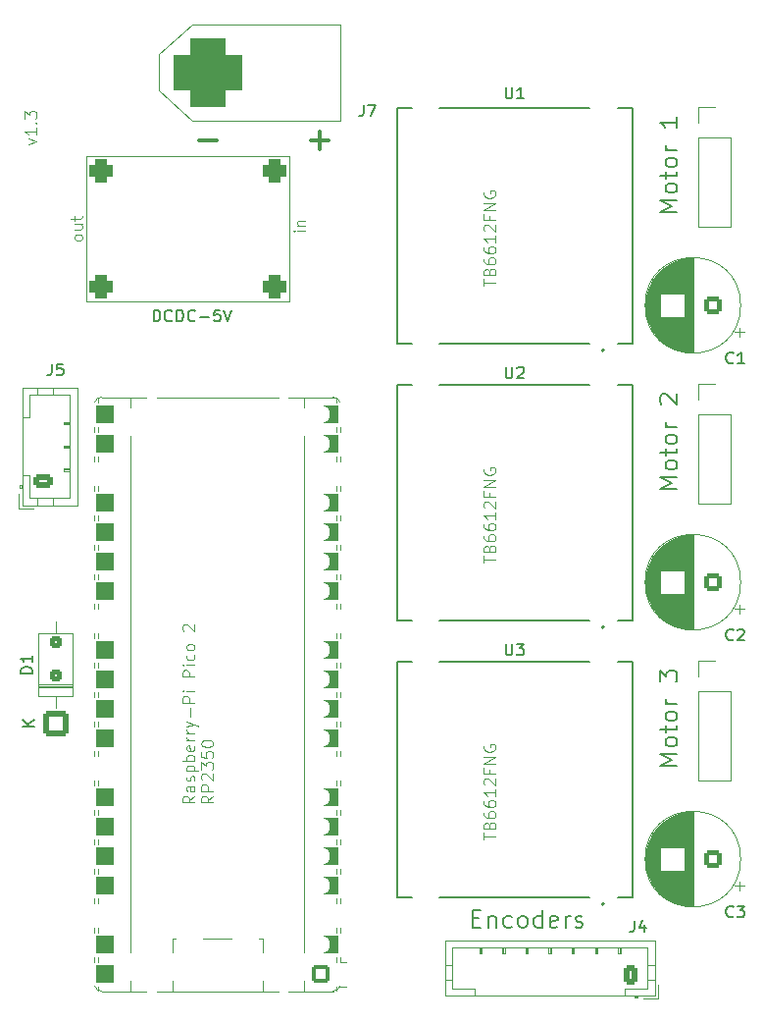
<source format=gto>
G04 #@! TF.GenerationSoftware,KiCad,Pcbnew,9.0.3*
G04 #@! TF.CreationDate,2026-02-04T16:51:12-05:00*
G04 #@! TF.ProjectId,ControlBoard_v1,436f6e74-726f-46c4-926f-6172645f7631,rev?*
G04 #@! TF.SameCoordinates,Original*
G04 #@! TF.FileFunction,Legend,Top*
G04 #@! TF.FilePolarity,Positive*
%FSLAX46Y46*%
G04 Gerber Fmt 4.6, Leading zero omitted, Abs format (unit mm)*
G04 Created by KiCad (PCBNEW 9.0.3) date 2026-02-04 16:51:12*
%MOMM*%
%LPD*%
G01*
G04 APERTURE LIST*
G04 Aperture macros list*
%AMRoundRect*
0 Rectangle with rounded corners*
0 $1 Rounding radius*
0 $2 $3 $4 $5 $6 $7 $8 $9 X,Y pos of 4 corners*
0 Add a 4 corners polygon primitive as box body*
4,1,4,$2,$3,$4,$5,$6,$7,$8,$9,$2,$3,0*
0 Add four circle primitives for the rounded corners*
1,1,$1+$1,$2,$3*
1,1,$1+$1,$4,$5*
1,1,$1+$1,$6,$7*
1,1,$1+$1,$8,$9*
0 Add four rect primitives between the rounded corners*
20,1,$1+$1,$2,$3,$4,$5,0*
20,1,$1+$1,$4,$5,$6,$7,0*
20,1,$1+$1,$6,$7,$8,$9,0*
20,1,$1+$1,$8,$9,$2,$3,0*%
%AMFreePoly0*
4,1,37,0.800000,0.796148,0.878414,0.796148,1.032228,0.765552,1.177117,0.705537,1.307515,0.618408,1.418408,0.507515,1.505537,0.377117,1.565552,0.232228,1.596148,0.078414,1.596148,-0.078414,1.565552,-0.232228,1.505537,-0.377117,1.418408,-0.507515,1.307515,-0.618408,1.177117,-0.705537,1.032228,-0.765552,0.878414,-0.796148,0.800000,-0.796148,0.800000,-0.800000,-1.400000,-0.800000,
-1.403843,-0.796157,-1.439018,-0.796157,-1.511114,-0.766294,-1.566294,-0.711114,-1.596157,-0.639018,-1.596157,-0.603843,-1.600000,-0.600000,-1.600000,0.600000,-1.596157,0.603843,-1.596157,0.639018,-1.566294,0.711114,-1.511114,0.766294,-1.439018,0.796157,-1.403843,0.796157,-1.400000,0.800000,0.800000,0.800000,0.800000,0.796148,0.800000,0.796148,$1*%
%AMFreePoly1*
4,1,37,1.403843,0.796157,1.439018,0.796157,1.511114,0.766294,1.566294,0.711114,1.596157,0.639018,1.596157,0.603843,1.600000,0.600000,1.600000,-0.600000,1.596157,-0.603843,1.596157,-0.639018,1.566294,-0.711114,1.511114,-0.766294,1.439018,-0.796157,1.403843,-0.796157,1.400000,-0.800000,-0.800000,-0.800000,-0.800000,-0.796148,-0.878414,-0.796148,-1.032228,-0.765552,-1.177117,-0.705537,
-1.307515,-0.618408,-1.418408,-0.507515,-1.505537,-0.377117,-1.565552,-0.232228,-1.596148,-0.078414,-1.596148,0.078414,-1.565552,0.232228,-1.505537,0.377117,-1.418408,0.507515,-1.307515,0.618408,-1.177117,0.705537,-1.032228,0.765552,-0.878414,0.796148,-0.800000,0.796148,-0.800000,0.800000,1.400000,0.800000,1.403843,0.796157,1.403843,0.796157,$1*%
%AMFreePoly2*
4,1,37,0.603843,0.796157,0.639018,0.796157,0.711114,0.766294,0.766294,0.711114,0.796157,0.639018,0.796157,0.603843,0.800000,0.600000,0.800000,-0.600000,0.796157,-0.603843,0.796157,-0.639018,0.766294,-0.711114,0.711114,-0.766294,0.639018,-0.796157,0.603843,-0.796157,0.600000,-0.800000,0.000000,-0.800000,0.000000,-0.796148,-0.078414,-0.796148,-0.232228,-0.765552,-0.377117,-0.705537,
-0.507515,-0.618408,-0.618408,-0.507515,-0.705537,-0.377117,-0.765552,-0.232228,-0.796148,-0.078414,-0.796148,0.078414,-0.765552,0.232228,-0.705537,0.377117,-0.618408,0.507515,-0.507515,0.618408,-0.377117,0.705537,-0.232228,0.765552,-0.078414,0.796148,0.000000,0.796148,0.000000,0.800000,0.600000,0.800000,0.603843,0.796157,0.603843,0.796157,$1*%
%AMFreePoly3*
4,1,37,0.000000,0.796148,0.078414,0.796148,0.232228,0.765552,0.377117,0.705537,0.507515,0.618408,0.618408,0.507515,0.705537,0.377117,0.765552,0.232228,0.796148,0.078414,0.796148,-0.078414,0.765552,-0.232228,0.705537,-0.377117,0.618408,-0.507515,0.507515,-0.618408,0.377117,-0.705537,0.232228,-0.765552,0.078414,-0.796148,0.000000,-0.796148,0.000000,-0.800000,-0.600000,-0.800000,
-0.603843,-0.796157,-0.639018,-0.796157,-0.711114,-0.766294,-0.766294,-0.711114,-0.796157,-0.639018,-0.796157,-0.603843,-0.800000,-0.600000,-0.800000,0.600000,-0.796157,0.603843,-0.796157,0.639018,-0.766294,0.711114,-0.711114,0.766294,-0.639018,0.796157,-0.603843,0.796157,-0.600000,0.800000,0.000000,0.800000,0.000000,0.796148,0.000000,0.796148,$1*%
G04 Aperture macros list end*
%ADD10C,0.100000*%
%ADD11C,0.150000*%
%ADD12C,0.300000*%
%ADD13C,0.120000*%
%ADD14C,0.127000*%
%ADD15C,0.200000*%
%ADD16RoundRect,0.250000X0.350000X0.625000X-0.350000X0.625000X-0.350000X-0.625000X0.350000X-0.625000X0*%
%ADD17O,1.200000X1.750000*%
%ADD18RoundRect,0.250000X0.300000X-0.300000X0.300000X0.300000X-0.300000X0.300000X-0.300000X-0.300000X0*%
%ADD19RoundRect,1.500000X-1.500000X-1.500000X1.500000X-1.500000X1.500000X1.500000X-1.500000X1.500000X0*%
%ADD20C,6.000000*%
%ADD21RoundRect,0.249999X0.850001X-0.850001X0.850001X0.850001X-0.850001X0.850001X-0.850001X-0.850001X0*%
%ADD22C,2.200000*%
%ADD23C,2.184000*%
%ADD24R,1.700000X1.700000*%
%ADD25C,1.700000*%
%ADD26RoundRect,0.250000X0.550000X0.550000X-0.550000X0.550000X-0.550000X-0.550000X0.550000X-0.550000X0*%
%ADD27C,1.600000*%
%ADD28C,0.800000*%
%ADD29C,5.400000*%
%ADD30RoundRect,0.250000X0.625000X-0.350000X0.625000X0.350000X-0.625000X0.350000X-0.625000X-0.350000X0*%
%ADD31O,1.750000X1.200000*%
%ADD32C,1.850000*%
%ADD33FreePoly0,180.000000*%
%ADD34RoundRect,0.200000X0.600000X0.600000X-0.600000X0.600000X-0.600000X-0.600000X0.600000X-0.600000X0*%
%ADD35RoundRect,0.800000X0.800000X0.000010X-0.800000X0.000010X-0.800000X-0.000010X0.800000X-0.000010X0*%
%ADD36FreePoly1,180.000000*%
%ADD37FreePoly2,180.000000*%
%ADD38FreePoly3,180.000000*%
%ADD39RoundRect,0.500000X0.500000X-0.500000X0.500000X0.500000X-0.500000X0.500000X-0.500000X-0.500000X0*%
G04 APERTURE END LIST*
D10*
X170474475Y-106392687D02*
X169998284Y-106726020D01*
X170474475Y-106964115D02*
X169474475Y-106964115D01*
X169474475Y-106964115D02*
X169474475Y-106583163D01*
X169474475Y-106583163D02*
X169522094Y-106487925D01*
X169522094Y-106487925D02*
X169569713Y-106440306D01*
X169569713Y-106440306D02*
X169664951Y-106392687D01*
X169664951Y-106392687D02*
X169807808Y-106392687D01*
X169807808Y-106392687D02*
X169903046Y-106440306D01*
X169903046Y-106440306D02*
X169950665Y-106487925D01*
X169950665Y-106487925D02*
X169998284Y-106583163D01*
X169998284Y-106583163D02*
X169998284Y-106964115D01*
X170474475Y-105535544D02*
X169950665Y-105535544D01*
X169950665Y-105535544D02*
X169855427Y-105583163D01*
X169855427Y-105583163D02*
X169807808Y-105678401D01*
X169807808Y-105678401D02*
X169807808Y-105868877D01*
X169807808Y-105868877D02*
X169855427Y-105964115D01*
X170426856Y-105535544D02*
X170474475Y-105630782D01*
X170474475Y-105630782D02*
X170474475Y-105868877D01*
X170474475Y-105868877D02*
X170426856Y-105964115D01*
X170426856Y-105964115D02*
X170331617Y-106011734D01*
X170331617Y-106011734D02*
X170236379Y-106011734D01*
X170236379Y-106011734D02*
X170141141Y-105964115D01*
X170141141Y-105964115D02*
X170093522Y-105868877D01*
X170093522Y-105868877D02*
X170093522Y-105630782D01*
X170093522Y-105630782D02*
X170045903Y-105535544D01*
X170426856Y-105106972D02*
X170474475Y-105011734D01*
X170474475Y-105011734D02*
X170474475Y-104821258D01*
X170474475Y-104821258D02*
X170426856Y-104726020D01*
X170426856Y-104726020D02*
X170331617Y-104678401D01*
X170331617Y-104678401D02*
X170283998Y-104678401D01*
X170283998Y-104678401D02*
X170188760Y-104726020D01*
X170188760Y-104726020D02*
X170141141Y-104821258D01*
X170141141Y-104821258D02*
X170141141Y-104964115D01*
X170141141Y-104964115D02*
X170093522Y-105059353D01*
X170093522Y-105059353D02*
X169998284Y-105106972D01*
X169998284Y-105106972D02*
X169950665Y-105106972D01*
X169950665Y-105106972D02*
X169855427Y-105059353D01*
X169855427Y-105059353D02*
X169807808Y-104964115D01*
X169807808Y-104964115D02*
X169807808Y-104821258D01*
X169807808Y-104821258D02*
X169855427Y-104726020D01*
X169807808Y-104249829D02*
X170807808Y-104249829D01*
X169855427Y-104249829D02*
X169807808Y-104154591D01*
X169807808Y-104154591D02*
X169807808Y-103964115D01*
X169807808Y-103964115D02*
X169855427Y-103868877D01*
X169855427Y-103868877D02*
X169903046Y-103821258D01*
X169903046Y-103821258D02*
X169998284Y-103773639D01*
X169998284Y-103773639D02*
X170283998Y-103773639D01*
X170283998Y-103773639D02*
X170379236Y-103821258D01*
X170379236Y-103821258D02*
X170426856Y-103868877D01*
X170426856Y-103868877D02*
X170474475Y-103964115D01*
X170474475Y-103964115D02*
X170474475Y-104154591D01*
X170474475Y-104154591D02*
X170426856Y-104249829D01*
X170474475Y-103345067D02*
X169474475Y-103345067D01*
X169855427Y-103345067D02*
X169807808Y-103249829D01*
X169807808Y-103249829D02*
X169807808Y-103059353D01*
X169807808Y-103059353D02*
X169855427Y-102964115D01*
X169855427Y-102964115D02*
X169903046Y-102916496D01*
X169903046Y-102916496D02*
X169998284Y-102868877D01*
X169998284Y-102868877D02*
X170283998Y-102868877D01*
X170283998Y-102868877D02*
X170379236Y-102916496D01*
X170379236Y-102916496D02*
X170426856Y-102964115D01*
X170426856Y-102964115D02*
X170474475Y-103059353D01*
X170474475Y-103059353D02*
X170474475Y-103249829D01*
X170474475Y-103249829D02*
X170426856Y-103345067D01*
X170426856Y-102059353D02*
X170474475Y-102154591D01*
X170474475Y-102154591D02*
X170474475Y-102345067D01*
X170474475Y-102345067D02*
X170426856Y-102440305D01*
X170426856Y-102440305D02*
X170331617Y-102487924D01*
X170331617Y-102487924D02*
X169950665Y-102487924D01*
X169950665Y-102487924D02*
X169855427Y-102440305D01*
X169855427Y-102440305D02*
X169807808Y-102345067D01*
X169807808Y-102345067D02*
X169807808Y-102154591D01*
X169807808Y-102154591D02*
X169855427Y-102059353D01*
X169855427Y-102059353D02*
X169950665Y-102011734D01*
X169950665Y-102011734D02*
X170045903Y-102011734D01*
X170045903Y-102011734D02*
X170141141Y-102487924D01*
X170474475Y-101583162D02*
X169807808Y-101583162D01*
X169998284Y-101583162D02*
X169903046Y-101535543D01*
X169903046Y-101535543D02*
X169855427Y-101487924D01*
X169855427Y-101487924D02*
X169807808Y-101392686D01*
X169807808Y-101392686D02*
X169807808Y-101297448D01*
X170474475Y-100964114D02*
X169807808Y-100964114D01*
X169998284Y-100964114D02*
X169903046Y-100916495D01*
X169903046Y-100916495D02*
X169855427Y-100868876D01*
X169855427Y-100868876D02*
X169807808Y-100773638D01*
X169807808Y-100773638D02*
X169807808Y-100678400D01*
X169807808Y-100440304D02*
X170474475Y-100202209D01*
X169807808Y-99964114D02*
X170474475Y-100202209D01*
X170474475Y-100202209D02*
X170712570Y-100297447D01*
X170712570Y-100297447D02*
X170760189Y-100345066D01*
X170760189Y-100345066D02*
X170807808Y-100440304D01*
X170093522Y-99583161D02*
X170093522Y-98821257D01*
X170474475Y-98345066D02*
X169474475Y-98345066D01*
X169474475Y-98345066D02*
X169474475Y-97964114D01*
X169474475Y-97964114D02*
X169522094Y-97868876D01*
X169522094Y-97868876D02*
X169569713Y-97821257D01*
X169569713Y-97821257D02*
X169664951Y-97773638D01*
X169664951Y-97773638D02*
X169807808Y-97773638D01*
X169807808Y-97773638D02*
X169903046Y-97821257D01*
X169903046Y-97821257D02*
X169950665Y-97868876D01*
X169950665Y-97868876D02*
X169998284Y-97964114D01*
X169998284Y-97964114D02*
X169998284Y-98345066D01*
X170474475Y-97345066D02*
X169807808Y-97345066D01*
X169474475Y-97345066D02*
X169522094Y-97392685D01*
X169522094Y-97392685D02*
X169569713Y-97345066D01*
X169569713Y-97345066D02*
X169522094Y-97297447D01*
X169522094Y-97297447D02*
X169474475Y-97345066D01*
X169474475Y-97345066D02*
X169569713Y-97345066D01*
X170474475Y-96106971D02*
X169474475Y-96106971D01*
X169474475Y-96106971D02*
X169474475Y-95726019D01*
X169474475Y-95726019D02*
X169522094Y-95630781D01*
X169522094Y-95630781D02*
X169569713Y-95583162D01*
X169569713Y-95583162D02*
X169664951Y-95535543D01*
X169664951Y-95535543D02*
X169807808Y-95535543D01*
X169807808Y-95535543D02*
X169903046Y-95583162D01*
X169903046Y-95583162D02*
X169950665Y-95630781D01*
X169950665Y-95630781D02*
X169998284Y-95726019D01*
X169998284Y-95726019D02*
X169998284Y-96106971D01*
X170474475Y-95106971D02*
X169807808Y-95106971D01*
X169474475Y-95106971D02*
X169522094Y-95154590D01*
X169522094Y-95154590D02*
X169569713Y-95106971D01*
X169569713Y-95106971D02*
X169522094Y-95059352D01*
X169522094Y-95059352D02*
X169474475Y-95106971D01*
X169474475Y-95106971D02*
X169569713Y-95106971D01*
X170426856Y-94202210D02*
X170474475Y-94297448D01*
X170474475Y-94297448D02*
X170474475Y-94487924D01*
X170474475Y-94487924D02*
X170426856Y-94583162D01*
X170426856Y-94583162D02*
X170379236Y-94630781D01*
X170379236Y-94630781D02*
X170283998Y-94678400D01*
X170283998Y-94678400D02*
X169998284Y-94678400D01*
X169998284Y-94678400D02*
X169903046Y-94630781D01*
X169903046Y-94630781D02*
X169855427Y-94583162D01*
X169855427Y-94583162D02*
X169807808Y-94487924D01*
X169807808Y-94487924D02*
X169807808Y-94297448D01*
X169807808Y-94297448D02*
X169855427Y-94202210D01*
X170474475Y-93630781D02*
X170426856Y-93726019D01*
X170426856Y-93726019D02*
X170379236Y-93773638D01*
X170379236Y-93773638D02*
X170283998Y-93821257D01*
X170283998Y-93821257D02*
X169998284Y-93821257D01*
X169998284Y-93821257D02*
X169903046Y-93773638D01*
X169903046Y-93773638D02*
X169855427Y-93726019D01*
X169855427Y-93726019D02*
X169807808Y-93630781D01*
X169807808Y-93630781D02*
X169807808Y-93487924D01*
X169807808Y-93487924D02*
X169855427Y-93392686D01*
X169855427Y-93392686D02*
X169903046Y-93345067D01*
X169903046Y-93345067D02*
X169998284Y-93297448D01*
X169998284Y-93297448D02*
X170283998Y-93297448D01*
X170283998Y-93297448D02*
X170379236Y-93345067D01*
X170379236Y-93345067D02*
X170426856Y-93392686D01*
X170426856Y-93392686D02*
X170474475Y-93487924D01*
X170474475Y-93487924D02*
X170474475Y-93630781D01*
X169569713Y-92154590D02*
X169522094Y-92106971D01*
X169522094Y-92106971D02*
X169474475Y-92011733D01*
X169474475Y-92011733D02*
X169474475Y-91773638D01*
X169474475Y-91773638D02*
X169522094Y-91678400D01*
X169522094Y-91678400D02*
X169569713Y-91630781D01*
X169569713Y-91630781D02*
X169664951Y-91583162D01*
X169664951Y-91583162D02*
X169760189Y-91583162D01*
X169760189Y-91583162D02*
X169903046Y-91630781D01*
X169903046Y-91630781D02*
X170474475Y-92202209D01*
X170474475Y-92202209D02*
X170474475Y-91583162D01*
X172084419Y-106392687D02*
X171608228Y-106726020D01*
X172084419Y-106964115D02*
X171084419Y-106964115D01*
X171084419Y-106964115D02*
X171084419Y-106583163D01*
X171084419Y-106583163D02*
X171132038Y-106487925D01*
X171132038Y-106487925D02*
X171179657Y-106440306D01*
X171179657Y-106440306D02*
X171274895Y-106392687D01*
X171274895Y-106392687D02*
X171417752Y-106392687D01*
X171417752Y-106392687D02*
X171512990Y-106440306D01*
X171512990Y-106440306D02*
X171560609Y-106487925D01*
X171560609Y-106487925D02*
X171608228Y-106583163D01*
X171608228Y-106583163D02*
X171608228Y-106964115D01*
X172084419Y-105964115D02*
X171084419Y-105964115D01*
X171084419Y-105964115D02*
X171084419Y-105583163D01*
X171084419Y-105583163D02*
X171132038Y-105487925D01*
X171132038Y-105487925D02*
X171179657Y-105440306D01*
X171179657Y-105440306D02*
X171274895Y-105392687D01*
X171274895Y-105392687D02*
X171417752Y-105392687D01*
X171417752Y-105392687D02*
X171512990Y-105440306D01*
X171512990Y-105440306D02*
X171560609Y-105487925D01*
X171560609Y-105487925D02*
X171608228Y-105583163D01*
X171608228Y-105583163D02*
X171608228Y-105964115D01*
X171179657Y-105011734D02*
X171132038Y-104964115D01*
X171132038Y-104964115D02*
X171084419Y-104868877D01*
X171084419Y-104868877D02*
X171084419Y-104630782D01*
X171084419Y-104630782D02*
X171132038Y-104535544D01*
X171132038Y-104535544D02*
X171179657Y-104487925D01*
X171179657Y-104487925D02*
X171274895Y-104440306D01*
X171274895Y-104440306D02*
X171370133Y-104440306D01*
X171370133Y-104440306D02*
X171512990Y-104487925D01*
X171512990Y-104487925D02*
X172084419Y-105059353D01*
X172084419Y-105059353D02*
X172084419Y-104440306D01*
X171084419Y-104106972D02*
X171084419Y-103487925D01*
X171084419Y-103487925D02*
X171465371Y-103821258D01*
X171465371Y-103821258D02*
X171465371Y-103678401D01*
X171465371Y-103678401D02*
X171512990Y-103583163D01*
X171512990Y-103583163D02*
X171560609Y-103535544D01*
X171560609Y-103535544D02*
X171655847Y-103487925D01*
X171655847Y-103487925D02*
X171893942Y-103487925D01*
X171893942Y-103487925D02*
X171989180Y-103535544D01*
X171989180Y-103535544D02*
X172036800Y-103583163D01*
X172036800Y-103583163D02*
X172084419Y-103678401D01*
X172084419Y-103678401D02*
X172084419Y-103964115D01*
X172084419Y-103964115D02*
X172036800Y-104059353D01*
X172036800Y-104059353D02*
X171989180Y-104106972D01*
X171084419Y-102583163D02*
X171084419Y-103059353D01*
X171084419Y-103059353D02*
X171560609Y-103106972D01*
X171560609Y-103106972D02*
X171512990Y-103059353D01*
X171512990Y-103059353D02*
X171465371Y-102964115D01*
X171465371Y-102964115D02*
X171465371Y-102726020D01*
X171465371Y-102726020D02*
X171512990Y-102630782D01*
X171512990Y-102630782D02*
X171560609Y-102583163D01*
X171560609Y-102583163D02*
X171655847Y-102535544D01*
X171655847Y-102535544D02*
X171893942Y-102535544D01*
X171893942Y-102535544D02*
X171989180Y-102583163D01*
X171989180Y-102583163D02*
X172036800Y-102630782D01*
X172036800Y-102630782D02*
X172084419Y-102726020D01*
X172084419Y-102726020D02*
X172084419Y-102964115D01*
X172084419Y-102964115D02*
X172036800Y-103059353D01*
X172036800Y-103059353D02*
X171989180Y-103106972D01*
X171084419Y-101916496D02*
X171084419Y-101821258D01*
X171084419Y-101821258D02*
X171132038Y-101726020D01*
X171132038Y-101726020D02*
X171179657Y-101678401D01*
X171179657Y-101678401D02*
X171274895Y-101630782D01*
X171274895Y-101630782D02*
X171465371Y-101583163D01*
X171465371Y-101583163D02*
X171703466Y-101583163D01*
X171703466Y-101583163D02*
X171893942Y-101630782D01*
X171893942Y-101630782D02*
X171989180Y-101678401D01*
X171989180Y-101678401D02*
X172036800Y-101726020D01*
X172036800Y-101726020D02*
X172084419Y-101821258D01*
X172084419Y-101821258D02*
X172084419Y-101916496D01*
X172084419Y-101916496D02*
X172036800Y-102011734D01*
X172036800Y-102011734D02*
X171989180Y-102059353D01*
X171989180Y-102059353D02*
X171893942Y-102106972D01*
X171893942Y-102106972D02*
X171703466Y-102154591D01*
X171703466Y-102154591D02*
X171465371Y-102154591D01*
X171465371Y-102154591D02*
X171274895Y-102106972D01*
X171274895Y-102106972D02*
X171179657Y-102059353D01*
X171179657Y-102059353D02*
X171132038Y-102011734D01*
X171132038Y-102011734D02*
X171084419Y-101916496D01*
D11*
X212152628Y-79888173D02*
X210652628Y-79888173D01*
X210652628Y-79888173D02*
X211724057Y-79388173D01*
X211724057Y-79388173D02*
X210652628Y-78888173D01*
X210652628Y-78888173D02*
X212152628Y-78888173D01*
X212152628Y-77959601D02*
X212081200Y-78102458D01*
X212081200Y-78102458D02*
X212009771Y-78173887D01*
X212009771Y-78173887D02*
X211866914Y-78245315D01*
X211866914Y-78245315D02*
X211438342Y-78245315D01*
X211438342Y-78245315D02*
X211295485Y-78173887D01*
X211295485Y-78173887D02*
X211224057Y-78102458D01*
X211224057Y-78102458D02*
X211152628Y-77959601D01*
X211152628Y-77959601D02*
X211152628Y-77745315D01*
X211152628Y-77745315D02*
X211224057Y-77602458D01*
X211224057Y-77602458D02*
X211295485Y-77531030D01*
X211295485Y-77531030D02*
X211438342Y-77459601D01*
X211438342Y-77459601D02*
X211866914Y-77459601D01*
X211866914Y-77459601D02*
X212009771Y-77531030D01*
X212009771Y-77531030D02*
X212081200Y-77602458D01*
X212081200Y-77602458D02*
X212152628Y-77745315D01*
X212152628Y-77745315D02*
X212152628Y-77959601D01*
X211152628Y-77031029D02*
X211152628Y-76459601D01*
X210652628Y-76816744D02*
X211938342Y-76816744D01*
X211938342Y-76816744D02*
X212081200Y-76745315D01*
X212081200Y-76745315D02*
X212152628Y-76602458D01*
X212152628Y-76602458D02*
X212152628Y-76459601D01*
X212152628Y-75745315D02*
X212081200Y-75888172D01*
X212081200Y-75888172D02*
X212009771Y-75959601D01*
X212009771Y-75959601D02*
X211866914Y-76031029D01*
X211866914Y-76031029D02*
X211438342Y-76031029D01*
X211438342Y-76031029D02*
X211295485Y-75959601D01*
X211295485Y-75959601D02*
X211224057Y-75888172D01*
X211224057Y-75888172D02*
X211152628Y-75745315D01*
X211152628Y-75745315D02*
X211152628Y-75531029D01*
X211152628Y-75531029D02*
X211224057Y-75388172D01*
X211224057Y-75388172D02*
X211295485Y-75316744D01*
X211295485Y-75316744D02*
X211438342Y-75245315D01*
X211438342Y-75245315D02*
X211866914Y-75245315D01*
X211866914Y-75245315D02*
X212009771Y-75316744D01*
X212009771Y-75316744D02*
X212081200Y-75388172D01*
X212081200Y-75388172D02*
X212152628Y-75531029D01*
X212152628Y-75531029D02*
X212152628Y-75745315D01*
X212152628Y-74602458D02*
X211152628Y-74602458D01*
X211438342Y-74602458D02*
X211295485Y-74531029D01*
X211295485Y-74531029D02*
X211224057Y-74459601D01*
X211224057Y-74459601D02*
X211152628Y-74316743D01*
X211152628Y-74316743D02*
X211152628Y-74173886D01*
X210795485Y-72602458D02*
X210724057Y-72531030D01*
X210724057Y-72531030D02*
X210652628Y-72388173D01*
X210652628Y-72388173D02*
X210652628Y-72031030D01*
X210652628Y-72031030D02*
X210724057Y-71888173D01*
X210724057Y-71888173D02*
X210795485Y-71816744D01*
X210795485Y-71816744D02*
X210938342Y-71745315D01*
X210938342Y-71745315D02*
X211081200Y-71745315D01*
X211081200Y-71745315D02*
X211295485Y-71816744D01*
X211295485Y-71816744D02*
X212152628Y-72673887D01*
X212152628Y-72673887D02*
X212152628Y-71745315D01*
D10*
X195468419Y-110154972D02*
X195468419Y-109583544D01*
X196468419Y-109869258D02*
X195468419Y-109869258D01*
X195944609Y-108916877D02*
X195992228Y-108774020D01*
X195992228Y-108774020D02*
X196039847Y-108726401D01*
X196039847Y-108726401D02*
X196135085Y-108678782D01*
X196135085Y-108678782D02*
X196277942Y-108678782D01*
X196277942Y-108678782D02*
X196373180Y-108726401D01*
X196373180Y-108726401D02*
X196420800Y-108774020D01*
X196420800Y-108774020D02*
X196468419Y-108869258D01*
X196468419Y-108869258D02*
X196468419Y-109250210D01*
X196468419Y-109250210D02*
X195468419Y-109250210D01*
X195468419Y-109250210D02*
X195468419Y-108916877D01*
X195468419Y-108916877D02*
X195516038Y-108821639D01*
X195516038Y-108821639D02*
X195563657Y-108774020D01*
X195563657Y-108774020D02*
X195658895Y-108726401D01*
X195658895Y-108726401D02*
X195754133Y-108726401D01*
X195754133Y-108726401D02*
X195849371Y-108774020D01*
X195849371Y-108774020D02*
X195896990Y-108821639D01*
X195896990Y-108821639D02*
X195944609Y-108916877D01*
X195944609Y-108916877D02*
X195944609Y-109250210D01*
X195468419Y-107821639D02*
X195468419Y-108012115D01*
X195468419Y-108012115D02*
X195516038Y-108107353D01*
X195516038Y-108107353D02*
X195563657Y-108154972D01*
X195563657Y-108154972D02*
X195706514Y-108250210D01*
X195706514Y-108250210D02*
X195896990Y-108297829D01*
X195896990Y-108297829D02*
X196277942Y-108297829D01*
X196277942Y-108297829D02*
X196373180Y-108250210D01*
X196373180Y-108250210D02*
X196420800Y-108202591D01*
X196420800Y-108202591D02*
X196468419Y-108107353D01*
X196468419Y-108107353D02*
X196468419Y-107916877D01*
X196468419Y-107916877D02*
X196420800Y-107821639D01*
X196420800Y-107821639D02*
X196373180Y-107774020D01*
X196373180Y-107774020D02*
X196277942Y-107726401D01*
X196277942Y-107726401D02*
X196039847Y-107726401D01*
X196039847Y-107726401D02*
X195944609Y-107774020D01*
X195944609Y-107774020D02*
X195896990Y-107821639D01*
X195896990Y-107821639D02*
X195849371Y-107916877D01*
X195849371Y-107916877D02*
X195849371Y-108107353D01*
X195849371Y-108107353D02*
X195896990Y-108202591D01*
X195896990Y-108202591D02*
X195944609Y-108250210D01*
X195944609Y-108250210D02*
X196039847Y-108297829D01*
X195468419Y-106869258D02*
X195468419Y-107059734D01*
X195468419Y-107059734D02*
X195516038Y-107154972D01*
X195516038Y-107154972D02*
X195563657Y-107202591D01*
X195563657Y-107202591D02*
X195706514Y-107297829D01*
X195706514Y-107297829D02*
X195896990Y-107345448D01*
X195896990Y-107345448D02*
X196277942Y-107345448D01*
X196277942Y-107345448D02*
X196373180Y-107297829D01*
X196373180Y-107297829D02*
X196420800Y-107250210D01*
X196420800Y-107250210D02*
X196468419Y-107154972D01*
X196468419Y-107154972D02*
X196468419Y-106964496D01*
X196468419Y-106964496D02*
X196420800Y-106869258D01*
X196420800Y-106869258D02*
X196373180Y-106821639D01*
X196373180Y-106821639D02*
X196277942Y-106774020D01*
X196277942Y-106774020D02*
X196039847Y-106774020D01*
X196039847Y-106774020D02*
X195944609Y-106821639D01*
X195944609Y-106821639D02*
X195896990Y-106869258D01*
X195896990Y-106869258D02*
X195849371Y-106964496D01*
X195849371Y-106964496D02*
X195849371Y-107154972D01*
X195849371Y-107154972D02*
X195896990Y-107250210D01*
X195896990Y-107250210D02*
X195944609Y-107297829D01*
X195944609Y-107297829D02*
X196039847Y-107345448D01*
X196468419Y-105821639D02*
X196468419Y-106393067D01*
X196468419Y-106107353D02*
X195468419Y-106107353D01*
X195468419Y-106107353D02*
X195611276Y-106202591D01*
X195611276Y-106202591D02*
X195706514Y-106297829D01*
X195706514Y-106297829D02*
X195754133Y-106393067D01*
X195563657Y-105440686D02*
X195516038Y-105393067D01*
X195516038Y-105393067D02*
X195468419Y-105297829D01*
X195468419Y-105297829D02*
X195468419Y-105059734D01*
X195468419Y-105059734D02*
X195516038Y-104964496D01*
X195516038Y-104964496D02*
X195563657Y-104916877D01*
X195563657Y-104916877D02*
X195658895Y-104869258D01*
X195658895Y-104869258D02*
X195754133Y-104869258D01*
X195754133Y-104869258D02*
X195896990Y-104916877D01*
X195896990Y-104916877D02*
X196468419Y-105488305D01*
X196468419Y-105488305D02*
X196468419Y-104869258D01*
X195944609Y-104107353D02*
X195944609Y-104440686D01*
X196468419Y-104440686D02*
X195468419Y-104440686D01*
X195468419Y-104440686D02*
X195468419Y-103964496D01*
X196468419Y-103583543D02*
X195468419Y-103583543D01*
X195468419Y-103583543D02*
X196468419Y-103012115D01*
X196468419Y-103012115D02*
X195468419Y-103012115D01*
X195516038Y-102012115D02*
X195468419Y-102107353D01*
X195468419Y-102107353D02*
X195468419Y-102250210D01*
X195468419Y-102250210D02*
X195516038Y-102393067D01*
X195516038Y-102393067D02*
X195611276Y-102488305D01*
X195611276Y-102488305D02*
X195706514Y-102535924D01*
X195706514Y-102535924D02*
X195896990Y-102583543D01*
X195896990Y-102583543D02*
X196039847Y-102583543D01*
X196039847Y-102583543D02*
X196230323Y-102535924D01*
X196230323Y-102535924D02*
X196325561Y-102488305D01*
X196325561Y-102488305D02*
X196420800Y-102393067D01*
X196420800Y-102393067D02*
X196468419Y-102250210D01*
X196468419Y-102250210D02*
X196468419Y-102154972D01*
X196468419Y-102154972D02*
X196420800Y-102012115D01*
X196420800Y-102012115D02*
X196373180Y-101964496D01*
X196373180Y-101964496D02*
X196039847Y-101964496D01*
X196039847Y-101964496D02*
X196039847Y-102154972D01*
D11*
X166960779Y-65481819D02*
X166960779Y-64481819D01*
X166960779Y-64481819D02*
X167198874Y-64481819D01*
X167198874Y-64481819D02*
X167341731Y-64529438D01*
X167341731Y-64529438D02*
X167436969Y-64624676D01*
X167436969Y-64624676D02*
X167484588Y-64719914D01*
X167484588Y-64719914D02*
X167532207Y-64910390D01*
X167532207Y-64910390D02*
X167532207Y-65053247D01*
X167532207Y-65053247D02*
X167484588Y-65243723D01*
X167484588Y-65243723D02*
X167436969Y-65338961D01*
X167436969Y-65338961D02*
X167341731Y-65434200D01*
X167341731Y-65434200D02*
X167198874Y-65481819D01*
X167198874Y-65481819D02*
X166960779Y-65481819D01*
X168532207Y-65386580D02*
X168484588Y-65434200D01*
X168484588Y-65434200D02*
X168341731Y-65481819D01*
X168341731Y-65481819D02*
X168246493Y-65481819D01*
X168246493Y-65481819D02*
X168103636Y-65434200D01*
X168103636Y-65434200D02*
X168008398Y-65338961D01*
X168008398Y-65338961D02*
X167960779Y-65243723D01*
X167960779Y-65243723D02*
X167913160Y-65053247D01*
X167913160Y-65053247D02*
X167913160Y-64910390D01*
X167913160Y-64910390D02*
X167960779Y-64719914D01*
X167960779Y-64719914D02*
X168008398Y-64624676D01*
X168008398Y-64624676D02*
X168103636Y-64529438D01*
X168103636Y-64529438D02*
X168246493Y-64481819D01*
X168246493Y-64481819D02*
X168341731Y-64481819D01*
X168341731Y-64481819D02*
X168484588Y-64529438D01*
X168484588Y-64529438D02*
X168532207Y-64577057D01*
X168960779Y-65481819D02*
X168960779Y-64481819D01*
X168960779Y-64481819D02*
X169198874Y-64481819D01*
X169198874Y-64481819D02*
X169341731Y-64529438D01*
X169341731Y-64529438D02*
X169436969Y-64624676D01*
X169436969Y-64624676D02*
X169484588Y-64719914D01*
X169484588Y-64719914D02*
X169532207Y-64910390D01*
X169532207Y-64910390D02*
X169532207Y-65053247D01*
X169532207Y-65053247D02*
X169484588Y-65243723D01*
X169484588Y-65243723D02*
X169436969Y-65338961D01*
X169436969Y-65338961D02*
X169341731Y-65434200D01*
X169341731Y-65434200D02*
X169198874Y-65481819D01*
X169198874Y-65481819D02*
X168960779Y-65481819D01*
X170532207Y-65386580D02*
X170484588Y-65434200D01*
X170484588Y-65434200D02*
X170341731Y-65481819D01*
X170341731Y-65481819D02*
X170246493Y-65481819D01*
X170246493Y-65481819D02*
X170103636Y-65434200D01*
X170103636Y-65434200D02*
X170008398Y-65338961D01*
X170008398Y-65338961D02*
X169960779Y-65243723D01*
X169960779Y-65243723D02*
X169913160Y-65053247D01*
X169913160Y-65053247D02*
X169913160Y-64910390D01*
X169913160Y-64910390D02*
X169960779Y-64719914D01*
X169960779Y-64719914D02*
X170008398Y-64624676D01*
X170008398Y-64624676D02*
X170103636Y-64529438D01*
X170103636Y-64529438D02*
X170246493Y-64481819D01*
X170246493Y-64481819D02*
X170341731Y-64481819D01*
X170341731Y-64481819D02*
X170484588Y-64529438D01*
X170484588Y-64529438D02*
X170532207Y-64577057D01*
X170960779Y-65100866D02*
X171722684Y-65100866D01*
X172675064Y-64481819D02*
X172198874Y-64481819D01*
X172198874Y-64481819D02*
X172151255Y-64958009D01*
X172151255Y-64958009D02*
X172198874Y-64910390D01*
X172198874Y-64910390D02*
X172294112Y-64862771D01*
X172294112Y-64862771D02*
X172532207Y-64862771D01*
X172532207Y-64862771D02*
X172627445Y-64910390D01*
X172627445Y-64910390D02*
X172675064Y-64958009D01*
X172675064Y-64958009D02*
X172722683Y-65053247D01*
X172722683Y-65053247D02*
X172722683Y-65291342D01*
X172722683Y-65291342D02*
X172675064Y-65386580D01*
X172675064Y-65386580D02*
X172627445Y-65434200D01*
X172627445Y-65434200D02*
X172532207Y-65481819D01*
X172532207Y-65481819D02*
X172294112Y-65481819D01*
X172294112Y-65481819D02*
X172198874Y-65434200D01*
X172198874Y-65434200D02*
X172151255Y-65386580D01*
X173008398Y-64481819D02*
X173341731Y-65481819D01*
X173341731Y-65481819D02*
X173675064Y-64481819D01*
X212152628Y-56012173D02*
X210652628Y-56012173D01*
X210652628Y-56012173D02*
X211724057Y-55512173D01*
X211724057Y-55512173D02*
X210652628Y-55012173D01*
X210652628Y-55012173D02*
X212152628Y-55012173D01*
X212152628Y-54083601D02*
X212081200Y-54226458D01*
X212081200Y-54226458D02*
X212009771Y-54297887D01*
X212009771Y-54297887D02*
X211866914Y-54369315D01*
X211866914Y-54369315D02*
X211438342Y-54369315D01*
X211438342Y-54369315D02*
X211295485Y-54297887D01*
X211295485Y-54297887D02*
X211224057Y-54226458D01*
X211224057Y-54226458D02*
X211152628Y-54083601D01*
X211152628Y-54083601D02*
X211152628Y-53869315D01*
X211152628Y-53869315D02*
X211224057Y-53726458D01*
X211224057Y-53726458D02*
X211295485Y-53655030D01*
X211295485Y-53655030D02*
X211438342Y-53583601D01*
X211438342Y-53583601D02*
X211866914Y-53583601D01*
X211866914Y-53583601D02*
X212009771Y-53655030D01*
X212009771Y-53655030D02*
X212081200Y-53726458D01*
X212081200Y-53726458D02*
X212152628Y-53869315D01*
X212152628Y-53869315D02*
X212152628Y-54083601D01*
X211152628Y-53155029D02*
X211152628Y-52583601D01*
X210652628Y-52940744D02*
X211938342Y-52940744D01*
X211938342Y-52940744D02*
X212081200Y-52869315D01*
X212081200Y-52869315D02*
X212152628Y-52726458D01*
X212152628Y-52726458D02*
X212152628Y-52583601D01*
X212152628Y-51869315D02*
X212081200Y-52012172D01*
X212081200Y-52012172D02*
X212009771Y-52083601D01*
X212009771Y-52083601D02*
X211866914Y-52155029D01*
X211866914Y-52155029D02*
X211438342Y-52155029D01*
X211438342Y-52155029D02*
X211295485Y-52083601D01*
X211295485Y-52083601D02*
X211224057Y-52012172D01*
X211224057Y-52012172D02*
X211152628Y-51869315D01*
X211152628Y-51869315D02*
X211152628Y-51655029D01*
X211152628Y-51655029D02*
X211224057Y-51512172D01*
X211224057Y-51512172D02*
X211295485Y-51440744D01*
X211295485Y-51440744D02*
X211438342Y-51369315D01*
X211438342Y-51369315D02*
X211866914Y-51369315D01*
X211866914Y-51369315D02*
X212009771Y-51440744D01*
X212009771Y-51440744D02*
X212081200Y-51512172D01*
X212081200Y-51512172D02*
X212152628Y-51655029D01*
X212152628Y-51655029D02*
X212152628Y-51869315D01*
X212152628Y-50726458D02*
X211152628Y-50726458D01*
X211438342Y-50726458D02*
X211295485Y-50655029D01*
X211295485Y-50655029D02*
X211224057Y-50583601D01*
X211224057Y-50583601D02*
X211152628Y-50440743D01*
X211152628Y-50440743D02*
X211152628Y-50297886D01*
X212152628Y-47869315D02*
X212152628Y-48726458D01*
X212152628Y-48297887D02*
X210652628Y-48297887D01*
X210652628Y-48297887D02*
X210866914Y-48440744D01*
X210866914Y-48440744D02*
X211009771Y-48583601D01*
X211009771Y-48583601D02*
X211081200Y-48726458D01*
X194511826Y-116958914D02*
X195011826Y-116958914D01*
X195226112Y-117744628D02*
X194511826Y-117744628D01*
X194511826Y-117744628D02*
X194511826Y-116244628D01*
X194511826Y-116244628D02*
X195226112Y-116244628D01*
X195868969Y-116744628D02*
X195868969Y-117744628D01*
X195868969Y-116887485D02*
X195940398Y-116816057D01*
X195940398Y-116816057D02*
X196083255Y-116744628D01*
X196083255Y-116744628D02*
X196297541Y-116744628D01*
X196297541Y-116744628D02*
X196440398Y-116816057D01*
X196440398Y-116816057D02*
X196511827Y-116958914D01*
X196511827Y-116958914D02*
X196511827Y-117744628D01*
X197868970Y-117673200D02*
X197726112Y-117744628D01*
X197726112Y-117744628D02*
X197440398Y-117744628D01*
X197440398Y-117744628D02*
X197297541Y-117673200D01*
X197297541Y-117673200D02*
X197226112Y-117601771D01*
X197226112Y-117601771D02*
X197154684Y-117458914D01*
X197154684Y-117458914D02*
X197154684Y-117030342D01*
X197154684Y-117030342D02*
X197226112Y-116887485D01*
X197226112Y-116887485D02*
X197297541Y-116816057D01*
X197297541Y-116816057D02*
X197440398Y-116744628D01*
X197440398Y-116744628D02*
X197726112Y-116744628D01*
X197726112Y-116744628D02*
X197868970Y-116816057D01*
X198726112Y-117744628D02*
X198583255Y-117673200D01*
X198583255Y-117673200D02*
X198511826Y-117601771D01*
X198511826Y-117601771D02*
X198440398Y-117458914D01*
X198440398Y-117458914D02*
X198440398Y-117030342D01*
X198440398Y-117030342D02*
X198511826Y-116887485D01*
X198511826Y-116887485D02*
X198583255Y-116816057D01*
X198583255Y-116816057D02*
X198726112Y-116744628D01*
X198726112Y-116744628D02*
X198940398Y-116744628D01*
X198940398Y-116744628D02*
X199083255Y-116816057D01*
X199083255Y-116816057D02*
X199154684Y-116887485D01*
X199154684Y-116887485D02*
X199226112Y-117030342D01*
X199226112Y-117030342D02*
X199226112Y-117458914D01*
X199226112Y-117458914D02*
X199154684Y-117601771D01*
X199154684Y-117601771D02*
X199083255Y-117673200D01*
X199083255Y-117673200D02*
X198940398Y-117744628D01*
X198940398Y-117744628D02*
X198726112Y-117744628D01*
X200511827Y-117744628D02*
X200511827Y-116244628D01*
X200511827Y-117673200D02*
X200368969Y-117744628D01*
X200368969Y-117744628D02*
X200083255Y-117744628D01*
X200083255Y-117744628D02*
X199940398Y-117673200D01*
X199940398Y-117673200D02*
X199868969Y-117601771D01*
X199868969Y-117601771D02*
X199797541Y-117458914D01*
X199797541Y-117458914D02*
X199797541Y-117030342D01*
X199797541Y-117030342D02*
X199868969Y-116887485D01*
X199868969Y-116887485D02*
X199940398Y-116816057D01*
X199940398Y-116816057D02*
X200083255Y-116744628D01*
X200083255Y-116744628D02*
X200368969Y-116744628D01*
X200368969Y-116744628D02*
X200511827Y-116816057D01*
X201797541Y-117673200D02*
X201654684Y-117744628D01*
X201654684Y-117744628D02*
X201368970Y-117744628D01*
X201368970Y-117744628D02*
X201226112Y-117673200D01*
X201226112Y-117673200D02*
X201154684Y-117530342D01*
X201154684Y-117530342D02*
X201154684Y-116958914D01*
X201154684Y-116958914D02*
X201226112Y-116816057D01*
X201226112Y-116816057D02*
X201368970Y-116744628D01*
X201368970Y-116744628D02*
X201654684Y-116744628D01*
X201654684Y-116744628D02*
X201797541Y-116816057D01*
X201797541Y-116816057D02*
X201868970Y-116958914D01*
X201868970Y-116958914D02*
X201868970Y-117101771D01*
X201868970Y-117101771D02*
X201154684Y-117244628D01*
X202511826Y-117744628D02*
X202511826Y-116744628D01*
X202511826Y-117030342D02*
X202583255Y-116887485D01*
X202583255Y-116887485D02*
X202654684Y-116816057D01*
X202654684Y-116816057D02*
X202797541Y-116744628D01*
X202797541Y-116744628D02*
X202940398Y-116744628D01*
X203368969Y-117673200D02*
X203511826Y-117744628D01*
X203511826Y-117744628D02*
X203797540Y-117744628D01*
X203797540Y-117744628D02*
X203940397Y-117673200D01*
X203940397Y-117673200D02*
X204011826Y-117530342D01*
X204011826Y-117530342D02*
X204011826Y-117458914D01*
X204011826Y-117458914D02*
X203940397Y-117316057D01*
X203940397Y-117316057D02*
X203797540Y-117244628D01*
X203797540Y-117244628D02*
X203583255Y-117244628D01*
X203583255Y-117244628D02*
X203440397Y-117173200D01*
X203440397Y-117173200D02*
X203368969Y-117030342D01*
X203368969Y-117030342D02*
X203368969Y-116958914D01*
X203368969Y-116958914D02*
X203440397Y-116816057D01*
X203440397Y-116816057D02*
X203583255Y-116744628D01*
X203583255Y-116744628D02*
X203797540Y-116744628D01*
X203797540Y-116744628D02*
X203940397Y-116816057D01*
D10*
X195468419Y-86278972D02*
X195468419Y-85707544D01*
X196468419Y-85993258D02*
X195468419Y-85993258D01*
X195944609Y-85040877D02*
X195992228Y-84898020D01*
X195992228Y-84898020D02*
X196039847Y-84850401D01*
X196039847Y-84850401D02*
X196135085Y-84802782D01*
X196135085Y-84802782D02*
X196277942Y-84802782D01*
X196277942Y-84802782D02*
X196373180Y-84850401D01*
X196373180Y-84850401D02*
X196420800Y-84898020D01*
X196420800Y-84898020D02*
X196468419Y-84993258D01*
X196468419Y-84993258D02*
X196468419Y-85374210D01*
X196468419Y-85374210D02*
X195468419Y-85374210D01*
X195468419Y-85374210D02*
X195468419Y-85040877D01*
X195468419Y-85040877D02*
X195516038Y-84945639D01*
X195516038Y-84945639D02*
X195563657Y-84898020D01*
X195563657Y-84898020D02*
X195658895Y-84850401D01*
X195658895Y-84850401D02*
X195754133Y-84850401D01*
X195754133Y-84850401D02*
X195849371Y-84898020D01*
X195849371Y-84898020D02*
X195896990Y-84945639D01*
X195896990Y-84945639D02*
X195944609Y-85040877D01*
X195944609Y-85040877D02*
X195944609Y-85374210D01*
X195468419Y-83945639D02*
X195468419Y-84136115D01*
X195468419Y-84136115D02*
X195516038Y-84231353D01*
X195516038Y-84231353D02*
X195563657Y-84278972D01*
X195563657Y-84278972D02*
X195706514Y-84374210D01*
X195706514Y-84374210D02*
X195896990Y-84421829D01*
X195896990Y-84421829D02*
X196277942Y-84421829D01*
X196277942Y-84421829D02*
X196373180Y-84374210D01*
X196373180Y-84374210D02*
X196420800Y-84326591D01*
X196420800Y-84326591D02*
X196468419Y-84231353D01*
X196468419Y-84231353D02*
X196468419Y-84040877D01*
X196468419Y-84040877D02*
X196420800Y-83945639D01*
X196420800Y-83945639D02*
X196373180Y-83898020D01*
X196373180Y-83898020D02*
X196277942Y-83850401D01*
X196277942Y-83850401D02*
X196039847Y-83850401D01*
X196039847Y-83850401D02*
X195944609Y-83898020D01*
X195944609Y-83898020D02*
X195896990Y-83945639D01*
X195896990Y-83945639D02*
X195849371Y-84040877D01*
X195849371Y-84040877D02*
X195849371Y-84231353D01*
X195849371Y-84231353D02*
X195896990Y-84326591D01*
X195896990Y-84326591D02*
X195944609Y-84374210D01*
X195944609Y-84374210D02*
X196039847Y-84421829D01*
X195468419Y-82993258D02*
X195468419Y-83183734D01*
X195468419Y-83183734D02*
X195516038Y-83278972D01*
X195516038Y-83278972D02*
X195563657Y-83326591D01*
X195563657Y-83326591D02*
X195706514Y-83421829D01*
X195706514Y-83421829D02*
X195896990Y-83469448D01*
X195896990Y-83469448D02*
X196277942Y-83469448D01*
X196277942Y-83469448D02*
X196373180Y-83421829D01*
X196373180Y-83421829D02*
X196420800Y-83374210D01*
X196420800Y-83374210D02*
X196468419Y-83278972D01*
X196468419Y-83278972D02*
X196468419Y-83088496D01*
X196468419Y-83088496D02*
X196420800Y-82993258D01*
X196420800Y-82993258D02*
X196373180Y-82945639D01*
X196373180Y-82945639D02*
X196277942Y-82898020D01*
X196277942Y-82898020D02*
X196039847Y-82898020D01*
X196039847Y-82898020D02*
X195944609Y-82945639D01*
X195944609Y-82945639D02*
X195896990Y-82993258D01*
X195896990Y-82993258D02*
X195849371Y-83088496D01*
X195849371Y-83088496D02*
X195849371Y-83278972D01*
X195849371Y-83278972D02*
X195896990Y-83374210D01*
X195896990Y-83374210D02*
X195944609Y-83421829D01*
X195944609Y-83421829D02*
X196039847Y-83469448D01*
X196468419Y-81945639D02*
X196468419Y-82517067D01*
X196468419Y-82231353D02*
X195468419Y-82231353D01*
X195468419Y-82231353D02*
X195611276Y-82326591D01*
X195611276Y-82326591D02*
X195706514Y-82421829D01*
X195706514Y-82421829D02*
X195754133Y-82517067D01*
X195563657Y-81564686D02*
X195516038Y-81517067D01*
X195516038Y-81517067D02*
X195468419Y-81421829D01*
X195468419Y-81421829D02*
X195468419Y-81183734D01*
X195468419Y-81183734D02*
X195516038Y-81088496D01*
X195516038Y-81088496D02*
X195563657Y-81040877D01*
X195563657Y-81040877D02*
X195658895Y-80993258D01*
X195658895Y-80993258D02*
X195754133Y-80993258D01*
X195754133Y-80993258D02*
X195896990Y-81040877D01*
X195896990Y-81040877D02*
X196468419Y-81612305D01*
X196468419Y-81612305D02*
X196468419Y-80993258D01*
X195944609Y-80231353D02*
X195944609Y-80564686D01*
X196468419Y-80564686D02*
X195468419Y-80564686D01*
X195468419Y-80564686D02*
X195468419Y-80088496D01*
X196468419Y-79707543D02*
X195468419Y-79707543D01*
X195468419Y-79707543D02*
X196468419Y-79136115D01*
X196468419Y-79136115D02*
X195468419Y-79136115D01*
X195516038Y-78136115D02*
X195468419Y-78231353D01*
X195468419Y-78231353D02*
X195468419Y-78374210D01*
X195468419Y-78374210D02*
X195516038Y-78517067D01*
X195516038Y-78517067D02*
X195611276Y-78612305D01*
X195611276Y-78612305D02*
X195706514Y-78659924D01*
X195706514Y-78659924D02*
X195896990Y-78707543D01*
X195896990Y-78707543D02*
X196039847Y-78707543D01*
X196039847Y-78707543D02*
X196230323Y-78659924D01*
X196230323Y-78659924D02*
X196325561Y-78612305D01*
X196325561Y-78612305D02*
X196420800Y-78517067D01*
X196420800Y-78517067D02*
X196468419Y-78374210D01*
X196468419Y-78374210D02*
X196468419Y-78278972D01*
X196468419Y-78278972D02*
X196420800Y-78136115D01*
X196420800Y-78136115D02*
X196373180Y-78088496D01*
X196373180Y-78088496D02*
X196039847Y-78088496D01*
X196039847Y-78088496D02*
X196039847Y-78278972D01*
X195468419Y-62402972D02*
X195468419Y-61831544D01*
X196468419Y-62117258D02*
X195468419Y-62117258D01*
X195944609Y-61164877D02*
X195992228Y-61022020D01*
X195992228Y-61022020D02*
X196039847Y-60974401D01*
X196039847Y-60974401D02*
X196135085Y-60926782D01*
X196135085Y-60926782D02*
X196277942Y-60926782D01*
X196277942Y-60926782D02*
X196373180Y-60974401D01*
X196373180Y-60974401D02*
X196420800Y-61022020D01*
X196420800Y-61022020D02*
X196468419Y-61117258D01*
X196468419Y-61117258D02*
X196468419Y-61498210D01*
X196468419Y-61498210D02*
X195468419Y-61498210D01*
X195468419Y-61498210D02*
X195468419Y-61164877D01*
X195468419Y-61164877D02*
X195516038Y-61069639D01*
X195516038Y-61069639D02*
X195563657Y-61022020D01*
X195563657Y-61022020D02*
X195658895Y-60974401D01*
X195658895Y-60974401D02*
X195754133Y-60974401D01*
X195754133Y-60974401D02*
X195849371Y-61022020D01*
X195849371Y-61022020D02*
X195896990Y-61069639D01*
X195896990Y-61069639D02*
X195944609Y-61164877D01*
X195944609Y-61164877D02*
X195944609Y-61498210D01*
X195468419Y-60069639D02*
X195468419Y-60260115D01*
X195468419Y-60260115D02*
X195516038Y-60355353D01*
X195516038Y-60355353D02*
X195563657Y-60402972D01*
X195563657Y-60402972D02*
X195706514Y-60498210D01*
X195706514Y-60498210D02*
X195896990Y-60545829D01*
X195896990Y-60545829D02*
X196277942Y-60545829D01*
X196277942Y-60545829D02*
X196373180Y-60498210D01*
X196373180Y-60498210D02*
X196420800Y-60450591D01*
X196420800Y-60450591D02*
X196468419Y-60355353D01*
X196468419Y-60355353D02*
X196468419Y-60164877D01*
X196468419Y-60164877D02*
X196420800Y-60069639D01*
X196420800Y-60069639D02*
X196373180Y-60022020D01*
X196373180Y-60022020D02*
X196277942Y-59974401D01*
X196277942Y-59974401D02*
X196039847Y-59974401D01*
X196039847Y-59974401D02*
X195944609Y-60022020D01*
X195944609Y-60022020D02*
X195896990Y-60069639D01*
X195896990Y-60069639D02*
X195849371Y-60164877D01*
X195849371Y-60164877D02*
X195849371Y-60355353D01*
X195849371Y-60355353D02*
X195896990Y-60450591D01*
X195896990Y-60450591D02*
X195944609Y-60498210D01*
X195944609Y-60498210D02*
X196039847Y-60545829D01*
X195468419Y-59117258D02*
X195468419Y-59307734D01*
X195468419Y-59307734D02*
X195516038Y-59402972D01*
X195516038Y-59402972D02*
X195563657Y-59450591D01*
X195563657Y-59450591D02*
X195706514Y-59545829D01*
X195706514Y-59545829D02*
X195896990Y-59593448D01*
X195896990Y-59593448D02*
X196277942Y-59593448D01*
X196277942Y-59593448D02*
X196373180Y-59545829D01*
X196373180Y-59545829D02*
X196420800Y-59498210D01*
X196420800Y-59498210D02*
X196468419Y-59402972D01*
X196468419Y-59402972D02*
X196468419Y-59212496D01*
X196468419Y-59212496D02*
X196420800Y-59117258D01*
X196420800Y-59117258D02*
X196373180Y-59069639D01*
X196373180Y-59069639D02*
X196277942Y-59022020D01*
X196277942Y-59022020D02*
X196039847Y-59022020D01*
X196039847Y-59022020D02*
X195944609Y-59069639D01*
X195944609Y-59069639D02*
X195896990Y-59117258D01*
X195896990Y-59117258D02*
X195849371Y-59212496D01*
X195849371Y-59212496D02*
X195849371Y-59402972D01*
X195849371Y-59402972D02*
X195896990Y-59498210D01*
X195896990Y-59498210D02*
X195944609Y-59545829D01*
X195944609Y-59545829D02*
X196039847Y-59593448D01*
X196468419Y-58069639D02*
X196468419Y-58641067D01*
X196468419Y-58355353D02*
X195468419Y-58355353D01*
X195468419Y-58355353D02*
X195611276Y-58450591D01*
X195611276Y-58450591D02*
X195706514Y-58545829D01*
X195706514Y-58545829D02*
X195754133Y-58641067D01*
X195563657Y-57688686D02*
X195516038Y-57641067D01*
X195516038Y-57641067D02*
X195468419Y-57545829D01*
X195468419Y-57545829D02*
X195468419Y-57307734D01*
X195468419Y-57307734D02*
X195516038Y-57212496D01*
X195516038Y-57212496D02*
X195563657Y-57164877D01*
X195563657Y-57164877D02*
X195658895Y-57117258D01*
X195658895Y-57117258D02*
X195754133Y-57117258D01*
X195754133Y-57117258D02*
X195896990Y-57164877D01*
X195896990Y-57164877D02*
X196468419Y-57736305D01*
X196468419Y-57736305D02*
X196468419Y-57117258D01*
X195944609Y-56355353D02*
X195944609Y-56688686D01*
X196468419Y-56688686D02*
X195468419Y-56688686D01*
X195468419Y-56688686D02*
X195468419Y-56212496D01*
X196468419Y-55831543D02*
X195468419Y-55831543D01*
X195468419Y-55831543D02*
X196468419Y-55260115D01*
X196468419Y-55260115D02*
X195468419Y-55260115D01*
X195516038Y-54260115D02*
X195468419Y-54355353D01*
X195468419Y-54355353D02*
X195468419Y-54498210D01*
X195468419Y-54498210D02*
X195516038Y-54641067D01*
X195516038Y-54641067D02*
X195611276Y-54736305D01*
X195611276Y-54736305D02*
X195706514Y-54783924D01*
X195706514Y-54783924D02*
X195896990Y-54831543D01*
X195896990Y-54831543D02*
X196039847Y-54831543D01*
X196039847Y-54831543D02*
X196230323Y-54783924D01*
X196230323Y-54783924D02*
X196325561Y-54736305D01*
X196325561Y-54736305D02*
X196420800Y-54641067D01*
X196420800Y-54641067D02*
X196468419Y-54498210D01*
X196468419Y-54498210D02*
X196468419Y-54402972D01*
X196468419Y-54402972D02*
X196420800Y-54260115D01*
X196420800Y-54260115D02*
X196373180Y-54212496D01*
X196373180Y-54212496D02*
X196039847Y-54212496D01*
X196039847Y-54212496D02*
X196039847Y-54402972D01*
X156177752Y-50163353D02*
X156844419Y-49925258D01*
X156844419Y-49925258D02*
X156177752Y-49687163D01*
X156844419Y-48782401D02*
X156844419Y-49353829D01*
X156844419Y-49068115D02*
X155844419Y-49068115D01*
X155844419Y-49068115D02*
X155987276Y-49163353D01*
X155987276Y-49163353D02*
X156082514Y-49258591D01*
X156082514Y-49258591D02*
X156130133Y-49353829D01*
X156749180Y-48353829D02*
X156796800Y-48306210D01*
X156796800Y-48306210D02*
X156844419Y-48353829D01*
X156844419Y-48353829D02*
X156796800Y-48401448D01*
X156796800Y-48401448D02*
X156749180Y-48353829D01*
X156749180Y-48353829D02*
X156844419Y-48353829D01*
X155844419Y-47972877D02*
X155844419Y-47353830D01*
X155844419Y-47353830D02*
X156225371Y-47687163D01*
X156225371Y-47687163D02*
X156225371Y-47544306D01*
X156225371Y-47544306D02*
X156272990Y-47449068D01*
X156272990Y-47449068D02*
X156320609Y-47401449D01*
X156320609Y-47401449D02*
X156415847Y-47353830D01*
X156415847Y-47353830D02*
X156653942Y-47353830D01*
X156653942Y-47353830D02*
X156749180Y-47401449D01*
X156749180Y-47401449D02*
X156796800Y-47449068D01*
X156796800Y-47449068D02*
X156844419Y-47544306D01*
X156844419Y-47544306D02*
X156844419Y-47830020D01*
X156844419Y-47830020D02*
X156796800Y-47925258D01*
X156796800Y-47925258D02*
X156749180Y-47972877D01*
D12*
X180505558Y-49857733D02*
X182029368Y-49857733D01*
X181267463Y-50619638D02*
X181267463Y-49095828D01*
D11*
X212152628Y-103764173D02*
X210652628Y-103764173D01*
X210652628Y-103764173D02*
X211724057Y-103264173D01*
X211724057Y-103264173D02*
X210652628Y-102764173D01*
X210652628Y-102764173D02*
X212152628Y-102764173D01*
X212152628Y-101835601D02*
X212081200Y-101978458D01*
X212081200Y-101978458D02*
X212009771Y-102049887D01*
X212009771Y-102049887D02*
X211866914Y-102121315D01*
X211866914Y-102121315D02*
X211438342Y-102121315D01*
X211438342Y-102121315D02*
X211295485Y-102049887D01*
X211295485Y-102049887D02*
X211224057Y-101978458D01*
X211224057Y-101978458D02*
X211152628Y-101835601D01*
X211152628Y-101835601D02*
X211152628Y-101621315D01*
X211152628Y-101621315D02*
X211224057Y-101478458D01*
X211224057Y-101478458D02*
X211295485Y-101407030D01*
X211295485Y-101407030D02*
X211438342Y-101335601D01*
X211438342Y-101335601D02*
X211866914Y-101335601D01*
X211866914Y-101335601D02*
X212009771Y-101407030D01*
X212009771Y-101407030D02*
X212081200Y-101478458D01*
X212081200Y-101478458D02*
X212152628Y-101621315D01*
X212152628Y-101621315D02*
X212152628Y-101835601D01*
X211152628Y-100907029D02*
X211152628Y-100335601D01*
X210652628Y-100692744D02*
X211938342Y-100692744D01*
X211938342Y-100692744D02*
X212081200Y-100621315D01*
X212081200Y-100621315D02*
X212152628Y-100478458D01*
X212152628Y-100478458D02*
X212152628Y-100335601D01*
X212152628Y-99621315D02*
X212081200Y-99764172D01*
X212081200Y-99764172D02*
X212009771Y-99835601D01*
X212009771Y-99835601D02*
X211866914Y-99907029D01*
X211866914Y-99907029D02*
X211438342Y-99907029D01*
X211438342Y-99907029D02*
X211295485Y-99835601D01*
X211295485Y-99835601D02*
X211224057Y-99764172D01*
X211224057Y-99764172D02*
X211152628Y-99621315D01*
X211152628Y-99621315D02*
X211152628Y-99407029D01*
X211152628Y-99407029D02*
X211224057Y-99264172D01*
X211224057Y-99264172D02*
X211295485Y-99192744D01*
X211295485Y-99192744D02*
X211438342Y-99121315D01*
X211438342Y-99121315D02*
X211866914Y-99121315D01*
X211866914Y-99121315D02*
X212009771Y-99192744D01*
X212009771Y-99192744D02*
X212081200Y-99264172D01*
X212081200Y-99264172D02*
X212152628Y-99407029D01*
X212152628Y-99407029D02*
X212152628Y-99621315D01*
X212152628Y-98478458D02*
X211152628Y-98478458D01*
X211438342Y-98478458D02*
X211295485Y-98407029D01*
X211295485Y-98407029D02*
X211224057Y-98335601D01*
X211224057Y-98335601D02*
X211152628Y-98192743D01*
X211152628Y-98192743D02*
X211152628Y-98049886D01*
X210652628Y-96549887D02*
X210652628Y-95621315D01*
X210652628Y-95621315D02*
X211224057Y-96121315D01*
X211224057Y-96121315D02*
X211224057Y-95907030D01*
X211224057Y-95907030D02*
X211295485Y-95764173D01*
X211295485Y-95764173D02*
X211366914Y-95692744D01*
X211366914Y-95692744D02*
X211509771Y-95621315D01*
X211509771Y-95621315D02*
X211866914Y-95621315D01*
X211866914Y-95621315D02*
X212009771Y-95692744D01*
X212009771Y-95692744D02*
X212081200Y-95764173D01*
X212081200Y-95764173D02*
X212152628Y-95907030D01*
X212152628Y-95907030D02*
X212152628Y-96335601D01*
X212152628Y-96335601D02*
X212081200Y-96478458D01*
X212081200Y-96478458D02*
X212009771Y-96549887D01*
D12*
X170853558Y-49857733D02*
X172377368Y-49857733D01*
D11*
X208454666Y-117136819D02*
X208454666Y-117851104D01*
X208454666Y-117851104D02*
X208407047Y-117993961D01*
X208407047Y-117993961D02*
X208311809Y-118089200D01*
X208311809Y-118089200D02*
X208168952Y-118136819D01*
X208168952Y-118136819D02*
X208073714Y-118136819D01*
X209359428Y-117470152D02*
X209359428Y-118136819D01*
X209121333Y-117089200D02*
X208883238Y-117803485D01*
X208883238Y-117803485D02*
X209502285Y-117803485D01*
X185086666Y-46778819D02*
X185086666Y-47493104D01*
X185086666Y-47493104D02*
X185039047Y-47635961D01*
X185039047Y-47635961D02*
X184943809Y-47731200D01*
X184943809Y-47731200D02*
X184800952Y-47778819D01*
X184800952Y-47778819D02*
X184705714Y-47778819D01*
X185467619Y-46778819D02*
X186134285Y-46778819D01*
X186134285Y-46778819D02*
X185705714Y-47778819D01*
X156480819Y-95814094D02*
X155480819Y-95814094D01*
X155480819Y-95814094D02*
X155480819Y-95575999D01*
X155480819Y-95575999D02*
X155528438Y-95433142D01*
X155528438Y-95433142D02*
X155623676Y-95337904D01*
X155623676Y-95337904D02*
X155718914Y-95290285D01*
X155718914Y-95290285D02*
X155909390Y-95242666D01*
X155909390Y-95242666D02*
X156052247Y-95242666D01*
X156052247Y-95242666D02*
X156242723Y-95290285D01*
X156242723Y-95290285D02*
X156337961Y-95337904D01*
X156337961Y-95337904D02*
X156433200Y-95433142D01*
X156433200Y-95433142D02*
X156480819Y-95575999D01*
X156480819Y-95575999D02*
X156480819Y-95814094D01*
X156480819Y-94290285D02*
X156480819Y-94861713D01*
X156480819Y-94575999D02*
X155480819Y-94575999D01*
X155480819Y-94575999D02*
X155623676Y-94671237D01*
X155623676Y-94671237D02*
X155718914Y-94766475D01*
X155718914Y-94766475D02*
X155766533Y-94861713D01*
X156664819Y-100417904D02*
X155664819Y-100417904D01*
X156664819Y-99846476D02*
X156093390Y-100275047D01*
X155664819Y-99846476D02*
X156236247Y-100417904D01*
X197358095Y-45254819D02*
X197358095Y-46064342D01*
X197358095Y-46064342D02*
X197405714Y-46159580D01*
X197405714Y-46159580D02*
X197453333Y-46207200D01*
X197453333Y-46207200D02*
X197548571Y-46254819D01*
X197548571Y-46254819D02*
X197739047Y-46254819D01*
X197739047Y-46254819D02*
X197834285Y-46207200D01*
X197834285Y-46207200D02*
X197881904Y-46159580D01*
X197881904Y-46159580D02*
X197929523Y-46064342D01*
X197929523Y-46064342D02*
X197929523Y-45254819D01*
X198929523Y-46254819D02*
X198358095Y-46254819D01*
X198643809Y-46254819D02*
X198643809Y-45254819D01*
X198643809Y-45254819D02*
X198548571Y-45397676D01*
X198548571Y-45397676D02*
X198453333Y-45492914D01*
X198453333Y-45492914D02*
X198358095Y-45540533D01*
X217003333Y-92895580D02*
X216955714Y-92943200D01*
X216955714Y-92943200D02*
X216812857Y-92990819D01*
X216812857Y-92990819D02*
X216717619Y-92990819D01*
X216717619Y-92990819D02*
X216574762Y-92943200D01*
X216574762Y-92943200D02*
X216479524Y-92847961D01*
X216479524Y-92847961D02*
X216431905Y-92752723D01*
X216431905Y-92752723D02*
X216384286Y-92562247D01*
X216384286Y-92562247D02*
X216384286Y-92419390D01*
X216384286Y-92419390D02*
X216431905Y-92228914D01*
X216431905Y-92228914D02*
X216479524Y-92133676D01*
X216479524Y-92133676D02*
X216574762Y-92038438D01*
X216574762Y-92038438D02*
X216717619Y-91990819D01*
X216717619Y-91990819D02*
X216812857Y-91990819D01*
X216812857Y-91990819D02*
X216955714Y-92038438D01*
X216955714Y-92038438D02*
X217003333Y-92086057D01*
X217384286Y-92086057D02*
X217431905Y-92038438D01*
X217431905Y-92038438D02*
X217527143Y-91990819D01*
X217527143Y-91990819D02*
X217765238Y-91990819D01*
X217765238Y-91990819D02*
X217860476Y-92038438D01*
X217860476Y-92038438D02*
X217908095Y-92086057D01*
X217908095Y-92086057D02*
X217955714Y-92181295D01*
X217955714Y-92181295D02*
X217955714Y-92276533D01*
X217955714Y-92276533D02*
X217908095Y-92419390D01*
X217908095Y-92419390D02*
X217336667Y-92990819D01*
X217336667Y-92990819D02*
X217955714Y-92990819D01*
X197358095Y-69384819D02*
X197358095Y-70194342D01*
X197358095Y-70194342D02*
X197405714Y-70289580D01*
X197405714Y-70289580D02*
X197453333Y-70337200D01*
X197453333Y-70337200D02*
X197548571Y-70384819D01*
X197548571Y-70384819D02*
X197739047Y-70384819D01*
X197739047Y-70384819D02*
X197834285Y-70337200D01*
X197834285Y-70337200D02*
X197881904Y-70289580D01*
X197881904Y-70289580D02*
X197929523Y-70194342D01*
X197929523Y-70194342D02*
X197929523Y-69384819D01*
X198358095Y-69480057D02*
X198405714Y-69432438D01*
X198405714Y-69432438D02*
X198500952Y-69384819D01*
X198500952Y-69384819D02*
X198739047Y-69384819D01*
X198739047Y-69384819D02*
X198834285Y-69432438D01*
X198834285Y-69432438D02*
X198881904Y-69480057D01*
X198881904Y-69480057D02*
X198929523Y-69575295D01*
X198929523Y-69575295D02*
X198929523Y-69670533D01*
X198929523Y-69670533D02*
X198881904Y-69813390D01*
X198881904Y-69813390D02*
X198310476Y-70384819D01*
X198310476Y-70384819D02*
X198929523Y-70384819D01*
X217003333Y-69019580D02*
X216955714Y-69067200D01*
X216955714Y-69067200D02*
X216812857Y-69114819D01*
X216812857Y-69114819D02*
X216717619Y-69114819D01*
X216717619Y-69114819D02*
X216574762Y-69067200D01*
X216574762Y-69067200D02*
X216479524Y-68971961D01*
X216479524Y-68971961D02*
X216431905Y-68876723D01*
X216431905Y-68876723D02*
X216384286Y-68686247D01*
X216384286Y-68686247D02*
X216384286Y-68543390D01*
X216384286Y-68543390D02*
X216431905Y-68352914D01*
X216431905Y-68352914D02*
X216479524Y-68257676D01*
X216479524Y-68257676D02*
X216574762Y-68162438D01*
X216574762Y-68162438D02*
X216717619Y-68114819D01*
X216717619Y-68114819D02*
X216812857Y-68114819D01*
X216812857Y-68114819D02*
X216955714Y-68162438D01*
X216955714Y-68162438D02*
X217003333Y-68210057D01*
X217955714Y-69114819D02*
X217384286Y-69114819D01*
X217670000Y-69114819D02*
X217670000Y-68114819D01*
X217670000Y-68114819D02*
X217574762Y-68257676D01*
X217574762Y-68257676D02*
X217479524Y-68352914D01*
X217479524Y-68352914D02*
X217384286Y-68400533D01*
X158162666Y-69130819D02*
X158162666Y-69845104D01*
X158162666Y-69845104D02*
X158115047Y-69987961D01*
X158115047Y-69987961D02*
X158019809Y-70083200D01*
X158019809Y-70083200D02*
X157876952Y-70130819D01*
X157876952Y-70130819D02*
X157781714Y-70130819D01*
X159115047Y-69130819D02*
X158638857Y-69130819D01*
X158638857Y-69130819D02*
X158591238Y-69607009D01*
X158591238Y-69607009D02*
X158638857Y-69559390D01*
X158638857Y-69559390D02*
X158734095Y-69511771D01*
X158734095Y-69511771D02*
X158972190Y-69511771D01*
X158972190Y-69511771D02*
X159067428Y-69559390D01*
X159067428Y-69559390D02*
X159115047Y-69607009D01*
X159115047Y-69607009D02*
X159162666Y-69702247D01*
X159162666Y-69702247D02*
X159162666Y-69940342D01*
X159162666Y-69940342D02*
X159115047Y-70035580D01*
X159115047Y-70035580D02*
X159067428Y-70083200D01*
X159067428Y-70083200D02*
X158972190Y-70130819D01*
X158972190Y-70130819D02*
X158734095Y-70130819D01*
X158734095Y-70130819D02*
X158638857Y-70083200D01*
X158638857Y-70083200D02*
X158591238Y-70035580D01*
D10*
X180052419Y-57680115D02*
X179385752Y-57680115D01*
X179052419Y-57680115D02*
X179100038Y-57727734D01*
X179100038Y-57727734D02*
X179147657Y-57680115D01*
X179147657Y-57680115D02*
X179100038Y-57632496D01*
X179100038Y-57632496D02*
X179052419Y-57680115D01*
X179052419Y-57680115D02*
X179147657Y-57680115D01*
X179385752Y-57203925D02*
X180052419Y-57203925D01*
X179480990Y-57203925D02*
X179433371Y-57156306D01*
X179433371Y-57156306D02*
X179385752Y-57061068D01*
X179385752Y-57061068D02*
X179385752Y-56918211D01*
X179385752Y-56918211D02*
X179433371Y-56822973D01*
X179433371Y-56822973D02*
X179528609Y-56775354D01*
X179528609Y-56775354D02*
X180052419Y-56775354D01*
X160802419Y-58287258D02*
X160754800Y-58382496D01*
X160754800Y-58382496D02*
X160707180Y-58430115D01*
X160707180Y-58430115D02*
X160611942Y-58477734D01*
X160611942Y-58477734D02*
X160326228Y-58477734D01*
X160326228Y-58477734D02*
X160230990Y-58430115D01*
X160230990Y-58430115D02*
X160183371Y-58382496D01*
X160183371Y-58382496D02*
X160135752Y-58287258D01*
X160135752Y-58287258D02*
X160135752Y-58144401D01*
X160135752Y-58144401D02*
X160183371Y-58049163D01*
X160183371Y-58049163D02*
X160230990Y-58001544D01*
X160230990Y-58001544D02*
X160326228Y-57953925D01*
X160326228Y-57953925D02*
X160611942Y-57953925D01*
X160611942Y-57953925D02*
X160707180Y-58001544D01*
X160707180Y-58001544D02*
X160754800Y-58049163D01*
X160754800Y-58049163D02*
X160802419Y-58144401D01*
X160802419Y-58144401D02*
X160802419Y-58287258D01*
X160135752Y-57096782D02*
X160802419Y-57096782D01*
X160135752Y-57525353D02*
X160659561Y-57525353D01*
X160659561Y-57525353D02*
X160754800Y-57477734D01*
X160754800Y-57477734D02*
X160802419Y-57382496D01*
X160802419Y-57382496D02*
X160802419Y-57239639D01*
X160802419Y-57239639D02*
X160754800Y-57144401D01*
X160754800Y-57144401D02*
X160707180Y-57096782D01*
X160135752Y-56763448D02*
X160135752Y-56382496D01*
X159802419Y-56620591D02*
X160659561Y-56620591D01*
X160659561Y-56620591D02*
X160754800Y-56572972D01*
X160754800Y-56572972D02*
X160802419Y-56477734D01*
X160802419Y-56477734D02*
X160802419Y-56382496D01*
D11*
X217003333Y-116771580D02*
X216955714Y-116819200D01*
X216955714Y-116819200D02*
X216812857Y-116866819D01*
X216812857Y-116866819D02*
X216717619Y-116866819D01*
X216717619Y-116866819D02*
X216574762Y-116819200D01*
X216574762Y-116819200D02*
X216479524Y-116723961D01*
X216479524Y-116723961D02*
X216431905Y-116628723D01*
X216431905Y-116628723D02*
X216384286Y-116438247D01*
X216384286Y-116438247D02*
X216384286Y-116295390D01*
X216384286Y-116295390D02*
X216431905Y-116104914D01*
X216431905Y-116104914D02*
X216479524Y-116009676D01*
X216479524Y-116009676D02*
X216574762Y-115914438D01*
X216574762Y-115914438D02*
X216717619Y-115866819D01*
X216717619Y-115866819D02*
X216812857Y-115866819D01*
X216812857Y-115866819D02*
X216955714Y-115914438D01*
X216955714Y-115914438D02*
X217003333Y-115962057D01*
X217336667Y-115866819D02*
X217955714Y-115866819D01*
X217955714Y-115866819D02*
X217622381Y-116247771D01*
X217622381Y-116247771D02*
X217765238Y-116247771D01*
X217765238Y-116247771D02*
X217860476Y-116295390D01*
X217860476Y-116295390D02*
X217908095Y-116343009D01*
X217908095Y-116343009D02*
X217955714Y-116438247D01*
X217955714Y-116438247D02*
X217955714Y-116676342D01*
X217955714Y-116676342D02*
X217908095Y-116771580D01*
X217908095Y-116771580D02*
X217860476Y-116819200D01*
X217860476Y-116819200D02*
X217765238Y-116866819D01*
X217765238Y-116866819D02*
X217479524Y-116866819D01*
X217479524Y-116866819D02*
X217384286Y-116819200D01*
X217384286Y-116819200D02*
X217336667Y-116771580D01*
X197358095Y-93260819D02*
X197358095Y-94070342D01*
X197358095Y-94070342D02*
X197405714Y-94165580D01*
X197405714Y-94165580D02*
X197453333Y-94213200D01*
X197453333Y-94213200D02*
X197548571Y-94260819D01*
X197548571Y-94260819D02*
X197739047Y-94260819D01*
X197739047Y-94260819D02*
X197834285Y-94213200D01*
X197834285Y-94213200D02*
X197881904Y-94165580D01*
X197881904Y-94165580D02*
X197929523Y-94070342D01*
X197929523Y-94070342D02*
X197929523Y-93260819D01*
X198310476Y-93260819D02*
X198929523Y-93260819D01*
X198929523Y-93260819D02*
X198596190Y-93641771D01*
X198596190Y-93641771D02*
X198739047Y-93641771D01*
X198739047Y-93641771D02*
X198834285Y-93689390D01*
X198834285Y-93689390D02*
X198881904Y-93737009D01*
X198881904Y-93737009D02*
X198929523Y-93832247D01*
X198929523Y-93832247D02*
X198929523Y-94070342D01*
X198929523Y-94070342D02*
X198881904Y-94165580D01*
X198881904Y-94165580D02*
X198834285Y-94213200D01*
X198834285Y-94213200D02*
X198739047Y-94260819D01*
X198739047Y-94260819D02*
X198453333Y-94260819D01*
X198453333Y-94260819D02*
X198358095Y-94213200D01*
X198358095Y-94213200D02*
X198310476Y-94165580D01*
D13*
X192108000Y-118878000D02*
X192108000Y-123598000D01*
X192108000Y-120988000D02*
X192718000Y-120988000D01*
X192108000Y-122288000D02*
X192718000Y-122288000D01*
X192108000Y-123598000D02*
X210228000Y-123598000D01*
X192718000Y-119488000D02*
X192718000Y-122988000D01*
X192718000Y-122988000D02*
X194668000Y-122988000D01*
X194668000Y-122988000D02*
X194668000Y-123598000D01*
X195068000Y-119988000D02*
X195068000Y-119488000D01*
X195168000Y-119488000D02*
X195168000Y-119988000D01*
X195268000Y-119488000D02*
X195268000Y-119988000D01*
X195268000Y-119988000D02*
X195068000Y-119988000D01*
X197068000Y-119988000D02*
X197068000Y-119488000D01*
X197168000Y-119488000D02*
X197168000Y-119988000D01*
X197268000Y-119488000D02*
X197268000Y-119988000D01*
X197268000Y-119988000D02*
X197068000Y-119988000D01*
X199068000Y-119988000D02*
X199068000Y-119488000D01*
X199168000Y-119488000D02*
X199168000Y-119988000D01*
X199268000Y-119488000D02*
X199268000Y-119988000D01*
X199268000Y-119988000D02*
X199068000Y-119988000D01*
X201068000Y-119988000D02*
X201068000Y-119488000D01*
X201168000Y-119488000D02*
X201168000Y-119988000D01*
X201268000Y-119488000D02*
X201268000Y-119988000D01*
X201268000Y-119988000D02*
X201068000Y-119988000D01*
X203068000Y-119988000D02*
X203068000Y-119488000D01*
X203168000Y-119488000D02*
X203168000Y-119988000D01*
X203268000Y-119488000D02*
X203268000Y-119988000D01*
X203268000Y-119988000D02*
X203068000Y-119988000D01*
X205068000Y-119988000D02*
X205068000Y-119488000D01*
X205168000Y-119488000D02*
X205168000Y-119988000D01*
X205268000Y-119488000D02*
X205268000Y-119988000D01*
X205268000Y-119988000D02*
X205068000Y-119988000D01*
X207068000Y-119988000D02*
X207068000Y-119488000D01*
X207168000Y-119488000D02*
X207168000Y-119988000D01*
X207268000Y-119488000D02*
X207268000Y-119988000D01*
X207268000Y-119988000D02*
X207068000Y-119988000D01*
X207668000Y-122988000D02*
X209618000Y-122988000D01*
X207668000Y-123598000D02*
X207668000Y-122988000D01*
X208468000Y-123598000D02*
X208468000Y-123798000D01*
X208468000Y-123698000D02*
X208768000Y-123698000D01*
X208468000Y-123798000D02*
X208768000Y-123798000D01*
X208768000Y-123798000D02*
X208768000Y-123598000D01*
X209278000Y-123898000D02*
X210528000Y-123898000D01*
X209618000Y-119488000D02*
X192718000Y-119488000D01*
X209618000Y-122988000D02*
X209618000Y-119488000D01*
X210228000Y-118878000D02*
X192108000Y-118878000D01*
X210228000Y-120988000D02*
X209618000Y-120988000D01*
X210228000Y-122288000D02*
X209618000Y-122288000D01*
X210228000Y-123598000D02*
X210228000Y-118878000D01*
X210528000Y-123898000D02*
X210528000Y-122648000D01*
X167410000Y-42422000D02*
X167410000Y-45572000D01*
X167410000Y-45572000D02*
X170260000Y-48172000D01*
X170260000Y-39872000D02*
X167410000Y-42422000D01*
X170260000Y-48172000D02*
X183110000Y-48172000D01*
X183110000Y-39872000D02*
X170260000Y-39872000D01*
X183110000Y-48172000D02*
X183110000Y-39872000D01*
X157026000Y-96776000D02*
X159966000Y-96776000D01*
X157026000Y-96896000D02*
X159966000Y-96896000D01*
X157026000Y-97016000D02*
X159966000Y-97016000D01*
X158496000Y-91336000D02*
X158496000Y-92356000D01*
X158496000Y-98816000D02*
X158496000Y-97796000D01*
X157026000Y-97796000D02*
X159966000Y-97796000D01*
X159966000Y-92356000D01*
X157026000Y-92356000D01*
X157026000Y-97796000D01*
D14*
X187960000Y-47070000D02*
X187960000Y-67390000D01*
X189230000Y-47070000D02*
X187960000Y-47070000D01*
X189230000Y-67390000D02*
X187960000Y-67390000D01*
X204620000Y-47070000D02*
X191620000Y-47070000D01*
X204620000Y-67390000D02*
X191620000Y-67390000D01*
X207010000Y-47070000D02*
X208280000Y-47070000D01*
X207010000Y-67390000D02*
X208280000Y-67390000D01*
X208280000Y-67390000D02*
X208280000Y-47070000D01*
D15*
X205840000Y-67958200D02*
G75*
G02*
X205640000Y-67958200I-100000J0D01*
G01*
X205640000Y-67958200D02*
G75*
G02*
X205840000Y-67958200I100000J0D01*
G01*
D13*
X214012000Y-94712000D02*
X215392000Y-94712000D01*
X214012000Y-96092000D02*
X214012000Y-94712000D01*
X214012000Y-97362000D02*
X214012000Y-105092000D01*
X214012000Y-97362000D02*
X216772000Y-97362000D01*
X214012000Y-105092000D02*
X216772000Y-105092000D01*
X216772000Y-97362000D02*
X216772000Y-105092000D01*
X214012000Y-46960000D02*
X215392000Y-46960000D01*
X214012000Y-48340000D02*
X214012000Y-46960000D01*
X214012000Y-49610000D02*
X214012000Y-57340000D01*
X214012000Y-49610000D02*
X216772000Y-49610000D01*
X214012000Y-57340000D02*
X216772000Y-57340000D01*
X216772000Y-49610000D02*
X216772000Y-57340000D01*
X214012000Y-70836000D02*
X215392000Y-70836000D01*
X214012000Y-72216000D02*
X214012000Y-70836000D01*
X214012000Y-73486000D02*
X214012000Y-81216000D01*
X214012000Y-73486000D02*
X216772000Y-73486000D01*
X214012000Y-81216000D02*
X216772000Y-81216000D01*
X216772000Y-73486000D02*
X216772000Y-81216000D01*
X209436651Y-88497000D02*
X209436651Y-87431000D01*
X209476651Y-88732000D02*
X209476651Y-87196000D01*
X209516651Y-88911000D02*
X209516651Y-87017000D01*
X209556651Y-89061000D02*
X209556651Y-86867000D01*
X209596651Y-89192000D02*
X209596651Y-86736000D01*
X209636651Y-89310000D02*
X209636651Y-86618000D01*
X209676651Y-89417000D02*
X209676651Y-86511000D01*
X209716651Y-89516000D02*
X209716651Y-86412000D01*
X209756651Y-89608000D02*
X209756651Y-86320000D01*
X209796651Y-89695000D02*
X209796651Y-86233000D01*
X209836651Y-89777000D02*
X209836651Y-86151000D01*
X209876651Y-89854000D02*
X209876651Y-86074000D01*
X209916651Y-89928000D02*
X209916651Y-86000000D01*
X209956651Y-89998000D02*
X209956651Y-85930000D01*
X209996651Y-90065000D02*
X209996651Y-85863000D01*
X210036651Y-90129000D02*
X210036651Y-85799000D01*
X210076651Y-90191000D02*
X210076651Y-85737000D01*
X210116651Y-90251000D02*
X210116651Y-85677000D01*
X210156651Y-90308000D02*
X210156651Y-85620000D01*
X210196651Y-90364000D02*
X210196651Y-85564000D01*
X210236651Y-90417000D02*
X210236651Y-85511000D01*
X210276651Y-90469000D02*
X210276651Y-85459000D01*
X210316651Y-90519000D02*
X210316651Y-85409000D01*
X210356651Y-90568000D02*
X210356651Y-85360000D01*
X210396651Y-90615000D02*
X210396651Y-85313000D01*
X210436651Y-90660000D02*
X210436651Y-85268000D01*
X210476651Y-90705000D02*
X210476651Y-85223000D01*
X210516651Y-90748000D02*
X210516651Y-85180000D01*
X210556651Y-90790000D02*
X210556651Y-85138000D01*
X210596651Y-90831000D02*
X210596651Y-85097000D01*
X210636651Y-90870000D02*
X210636651Y-85058000D01*
X210676651Y-90909000D02*
X210676651Y-85019000D01*
X210716651Y-90946000D02*
X210716651Y-84982000D01*
X210756651Y-86924000D02*
X210756651Y-84945000D01*
X210756651Y-90983000D02*
X210756651Y-89004000D01*
X210796651Y-86924000D02*
X210796651Y-84909000D01*
X210796651Y-91019000D02*
X210796651Y-89004000D01*
X210836651Y-86924000D02*
X210836651Y-84875000D01*
X210836651Y-91053000D02*
X210836651Y-89004000D01*
X210876651Y-86924000D02*
X210876651Y-84841000D01*
X210876651Y-91087000D02*
X210876651Y-89004000D01*
X210916651Y-86924000D02*
X210916651Y-84808000D01*
X210916651Y-91120000D02*
X210916651Y-89004000D01*
X210956651Y-86924000D02*
X210956651Y-84776000D01*
X210956651Y-91152000D02*
X210956651Y-89004000D01*
X210996651Y-86924000D02*
X210996651Y-84745000D01*
X210996651Y-91183000D02*
X210996651Y-89004000D01*
X211036651Y-86924000D02*
X211036651Y-84714000D01*
X211036651Y-91214000D02*
X211036651Y-89004000D01*
X211076651Y-86924000D02*
X211076651Y-84684000D01*
X211076651Y-91244000D02*
X211076651Y-89004000D01*
X211116651Y-86924000D02*
X211116651Y-84655000D01*
X211116651Y-91273000D02*
X211116651Y-89004000D01*
X211156651Y-86924000D02*
X211156651Y-84627000D01*
X211156651Y-91301000D02*
X211156651Y-89004000D01*
X211196651Y-86924000D02*
X211196651Y-84599000D01*
X211196651Y-91329000D02*
X211196651Y-89004000D01*
X211236651Y-86924000D02*
X211236651Y-84572000D01*
X211236651Y-91356000D02*
X211236651Y-89004000D01*
X211276651Y-86924000D02*
X211276651Y-84546000D01*
X211276651Y-91382000D02*
X211276651Y-89004000D01*
X211316651Y-86924000D02*
X211316651Y-84521000D01*
X211316651Y-91407000D02*
X211316651Y-89004000D01*
X211356651Y-86924000D02*
X211356651Y-84496000D01*
X211356651Y-91432000D02*
X211356651Y-89004000D01*
X211396651Y-86924000D02*
X211396651Y-84471000D01*
X211396651Y-91457000D02*
X211396651Y-89004000D01*
X211436651Y-86924000D02*
X211436651Y-84448000D01*
X211436651Y-91480000D02*
X211436651Y-89004000D01*
X211476651Y-86924000D02*
X211476651Y-84425000D01*
X211476651Y-91503000D02*
X211476651Y-89004000D01*
X211516651Y-86924000D02*
X211516651Y-84402000D01*
X211516651Y-91526000D02*
X211516651Y-89004000D01*
X211556651Y-86924000D02*
X211556651Y-84380000D01*
X211556651Y-91548000D02*
X211556651Y-89004000D01*
X211596651Y-86924000D02*
X211596651Y-84359000D01*
X211596651Y-91569000D02*
X211596651Y-89004000D01*
X211636651Y-86924000D02*
X211636651Y-84338000D01*
X211636651Y-91590000D02*
X211636651Y-89004000D01*
X211676651Y-86924000D02*
X211676651Y-84318000D01*
X211676651Y-91610000D02*
X211676651Y-89004000D01*
X211716651Y-86924000D02*
X211716651Y-84298000D01*
X211716651Y-91630000D02*
X211716651Y-89004000D01*
X211756651Y-86924000D02*
X211756651Y-84279000D01*
X211756651Y-91649000D02*
X211756651Y-89004000D01*
X211796651Y-86924000D02*
X211796651Y-84260000D01*
X211796651Y-91668000D02*
X211796651Y-89004000D01*
X211836651Y-86924000D02*
X211836651Y-84242000D01*
X211836651Y-91686000D02*
X211836651Y-89004000D01*
X211876651Y-86924000D02*
X211876651Y-84224000D01*
X211876651Y-91704000D02*
X211876651Y-89004000D01*
X211916651Y-86924000D02*
X211916651Y-84207000D01*
X211916651Y-91721000D02*
X211916651Y-89004000D01*
X211956651Y-86924000D02*
X211956651Y-84191000D01*
X211956651Y-91737000D02*
X211956651Y-89004000D01*
X211996651Y-86924000D02*
X211996651Y-84175000D01*
X211996651Y-91753000D02*
X211996651Y-89004000D01*
X212036651Y-86924000D02*
X212036651Y-84159000D01*
X212036651Y-91769000D02*
X212036651Y-89004000D01*
X212076651Y-86924000D02*
X212076651Y-84144000D01*
X212076651Y-91784000D02*
X212076651Y-89004000D01*
X212116651Y-86924000D02*
X212116651Y-84129000D01*
X212116651Y-91799000D02*
X212116651Y-89004000D01*
X212156651Y-86924000D02*
X212156651Y-84115000D01*
X212156651Y-91813000D02*
X212156651Y-89004000D01*
X212196651Y-86924000D02*
X212196651Y-84101000D01*
X212196651Y-91827000D02*
X212196651Y-89004000D01*
X212236651Y-86924000D02*
X212236651Y-84088000D01*
X212236651Y-91840000D02*
X212236651Y-89004000D01*
X212276651Y-86924000D02*
X212276651Y-84075000D01*
X212276651Y-91853000D02*
X212276651Y-89004000D01*
X212316651Y-86924000D02*
X212316651Y-84063000D01*
X212316651Y-91865000D02*
X212316651Y-89004000D01*
X212356651Y-86924000D02*
X212356651Y-84051000D01*
X212356651Y-91877000D02*
X212356651Y-89004000D01*
X212396651Y-86924000D02*
X212396651Y-84039000D01*
X212396651Y-91889000D02*
X212396651Y-89004000D01*
X212436651Y-86924000D02*
X212436651Y-84028000D01*
X212436651Y-91900000D02*
X212436651Y-89004000D01*
X212476651Y-86924000D02*
X212476651Y-84017000D01*
X212476651Y-91911000D02*
X212476651Y-89004000D01*
X212516651Y-86924000D02*
X212516651Y-84007000D01*
X212516651Y-91921000D02*
X212516651Y-89004000D01*
X212556651Y-86924000D02*
X212556651Y-83997000D01*
X212556651Y-91931000D02*
X212556651Y-89004000D01*
X212596651Y-86924000D02*
X212596651Y-83988000D01*
X212596651Y-91940000D02*
X212596651Y-89004000D01*
X212636651Y-86924000D02*
X212636651Y-83979000D01*
X212636651Y-91949000D02*
X212636651Y-89004000D01*
X212676651Y-86924000D02*
X212676651Y-83971000D01*
X212676651Y-91957000D02*
X212676651Y-89004000D01*
X212716651Y-86924000D02*
X212716651Y-83962000D01*
X212716651Y-91966000D02*
X212716651Y-89004000D01*
X212756651Y-86924000D02*
X212756651Y-83955000D01*
X212756651Y-91973000D02*
X212756651Y-89004000D01*
X212796651Y-86924000D02*
X212796651Y-83947000D01*
X212796651Y-91981000D02*
X212796651Y-89004000D01*
X212836651Y-91987000D02*
X212836651Y-83941000D01*
X212876651Y-91994000D02*
X212876651Y-83934000D01*
X212916651Y-92000000D02*
X212916651Y-83928000D01*
X212956651Y-92006000D02*
X212956651Y-83922000D01*
X212996651Y-92011000D02*
X212996651Y-83917000D01*
X213036651Y-92016000D02*
X213036651Y-83912000D01*
X213076651Y-92020000D02*
X213076651Y-83908000D01*
X213116651Y-92025000D02*
X213116651Y-83903000D01*
X213156651Y-92028000D02*
X213156651Y-83900000D01*
X213196651Y-92032000D02*
X213196651Y-83896000D01*
X213236651Y-92034000D02*
X213236651Y-83894000D01*
X213276651Y-92037000D02*
X213276651Y-83891000D01*
X213316651Y-92039000D02*
X213316651Y-83889000D01*
X213356651Y-92041000D02*
X213356651Y-83887000D01*
X213396651Y-92042000D02*
X213396651Y-83886000D01*
X213436651Y-92043000D02*
X213436651Y-83885000D01*
X213476651Y-92044000D02*
X213476651Y-83884000D01*
X213516651Y-92044000D02*
X213516651Y-83884000D01*
X217526349Y-90679000D02*
X217526349Y-89879000D01*
X217926349Y-90279000D02*
X217126349Y-90279000D01*
X217636651Y-87964000D02*
G75*
G02*
X209396651Y-87964000I-4120000J0D01*
G01*
X209396651Y-87964000D02*
G75*
G02*
X217636651Y-87964000I4120000J0D01*
G01*
D14*
X187960000Y-70946000D02*
X187960000Y-91266000D01*
X189230000Y-70946000D02*
X187960000Y-70946000D01*
X189230000Y-91266000D02*
X187960000Y-91266000D01*
X204620000Y-70946000D02*
X191620000Y-70946000D01*
X204620000Y-91266000D02*
X191620000Y-91266000D01*
X207010000Y-70946000D02*
X208280000Y-70946000D01*
X207010000Y-91266000D02*
X208280000Y-91266000D01*
X208280000Y-91266000D02*
X208280000Y-70946000D01*
D15*
X205840000Y-91834200D02*
G75*
G02*
X205640000Y-91834200I-100000J0D01*
G01*
X205640000Y-91834200D02*
G75*
G02*
X205840000Y-91834200I100000J0D01*
G01*
D13*
X209436651Y-64621000D02*
X209436651Y-63555000D01*
X209476651Y-64856000D02*
X209476651Y-63320000D01*
X209516651Y-65035000D02*
X209516651Y-63141000D01*
X209556651Y-65185000D02*
X209556651Y-62991000D01*
X209596651Y-65316000D02*
X209596651Y-62860000D01*
X209636651Y-65434000D02*
X209636651Y-62742000D01*
X209676651Y-65541000D02*
X209676651Y-62635000D01*
X209716651Y-65640000D02*
X209716651Y-62536000D01*
X209756651Y-65732000D02*
X209756651Y-62444000D01*
X209796651Y-65819000D02*
X209796651Y-62357000D01*
X209836651Y-65901000D02*
X209836651Y-62275000D01*
X209876651Y-65978000D02*
X209876651Y-62198000D01*
X209916651Y-66052000D02*
X209916651Y-62124000D01*
X209956651Y-66122000D02*
X209956651Y-62054000D01*
X209996651Y-66189000D02*
X209996651Y-61987000D01*
X210036651Y-66253000D02*
X210036651Y-61923000D01*
X210076651Y-66315000D02*
X210076651Y-61861000D01*
X210116651Y-66375000D02*
X210116651Y-61801000D01*
X210156651Y-66432000D02*
X210156651Y-61744000D01*
X210196651Y-66488000D02*
X210196651Y-61688000D01*
X210236651Y-66541000D02*
X210236651Y-61635000D01*
X210276651Y-66593000D02*
X210276651Y-61583000D01*
X210316651Y-66643000D02*
X210316651Y-61533000D01*
X210356651Y-66692000D02*
X210356651Y-61484000D01*
X210396651Y-66739000D02*
X210396651Y-61437000D01*
X210436651Y-66784000D02*
X210436651Y-61392000D01*
X210476651Y-66829000D02*
X210476651Y-61347000D01*
X210516651Y-66872000D02*
X210516651Y-61304000D01*
X210556651Y-66914000D02*
X210556651Y-61262000D01*
X210596651Y-66955000D02*
X210596651Y-61221000D01*
X210636651Y-66994000D02*
X210636651Y-61182000D01*
X210676651Y-67033000D02*
X210676651Y-61143000D01*
X210716651Y-67070000D02*
X210716651Y-61106000D01*
X210756651Y-63048000D02*
X210756651Y-61069000D01*
X210756651Y-67107000D02*
X210756651Y-65128000D01*
X210796651Y-63048000D02*
X210796651Y-61033000D01*
X210796651Y-67143000D02*
X210796651Y-65128000D01*
X210836651Y-63048000D02*
X210836651Y-60999000D01*
X210836651Y-67177000D02*
X210836651Y-65128000D01*
X210876651Y-63048000D02*
X210876651Y-60965000D01*
X210876651Y-67211000D02*
X210876651Y-65128000D01*
X210916651Y-63048000D02*
X210916651Y-60932000D01*
X210916651Y-67244000D02*
X210916651Y-65128000D01*
X210956651Y-63048000D02*
X210956651Y-60900000D01*
X210956651Y-67276000D02*
X210956651Y-65128000D01*
X210996651Y-63048000D02*
X210996651Y-60869000D01*
X210996651Y-67307000D02*
X210996651Y-65128000D01*
X211036651Y-63048000D02*
X211036651Y-60838000D01*
X211036651Y-67338000D02*
X211036651Y-65128000D01*
X211076651Y-63048000D02*
X211076651Y-60808000D01*
X211076651Y-67368000D02*
X211076651Y-65128000D01*
X211116651Y-63048000D02*
X211116651Y-60779000D01*
X211116651Y-67397000D02*
X211116651Y-65128000D01*
X211156651Y-63048000D02*
X211156651Y-60751000D01*
X211156651Y-67425000D02*
X211156651Y-65128000D01*
X211196651Y-63048000D02*
X211196651Y-60723000D01*
X211196651Y-67453000D02*
X211196651Y-65128000D01*
X211236651Y-63048000D02*
X211236651Y-60696000D01*
X211236651Y-67480000D02*
X211236651Y-65128000D01*
X211276651Y-63048000D02*
X211276651Y-60670000D01*
X211276651Y-67506000D02*
X211276651Y-65128000D01*
X211316651Y-63048000D02*
X211316651Y-60645000D01*
X211316651Y-67531000D02*
X211316651Y-65128000D01*
X211356651Y-63048000D02*
X211356651Y-60620000D01*
X211356651Y-67556000D02*
X211356651Y-65128000D01*
X211396651Y-63048000D02*
X211396651Y-60595000D01*
X211396651Y-67581000D02*
X211396651Y-65128000D01*
X211436651Y-63048000D02*
X211436651Y-60572000D01*
X211436651Y-67604000D02*
X211436651Y-65128000D01*
X211476651Y-63048000D02*
X211476651Y-60549000D01*
X211476651Y-67627000D02*
X211476651Y-65128000D01*
X211516651Y-63048000D02*
X211516651Y-60526000D01*
X211516651Y-67650000D02*
X211516651Y-65128000D01*
X211556651Y-63048000D02*
X211556651Y-60504000D01*
X211556651Y-67672000D02*
X211556651Y-65128000D01*
X211596651Y-63048000D02*
X211596651Y-60483000D01*
X211596651Y-67693000D02*
X211596651Y-65128000D01*
X211636651Y-63048000D02*
X211636651Y-60462000D01*
X211636651Y-67714000D02*
X211636651Y-65128000D01*
X211676651Y-63048000D02*
X211676651Y-60442000D01*
X211676651Y-67734000D02*
X211676651Y-65128000D01*
X211716651Y-63048000D02*
X211716651Y-60422000D01*
X211716651Y-67754000D02*
X211716651Y-65128000D01*
X211756651Y-63048000D02*
X211756651Y-60403000D01*
X211756651Y-67773000D02*
X211756651Y-65128000D01*
X211796651Y-63048000D02*
X211796651Y-60384000D01*
X211796651Y-67792000D02*
X211796651Y-65128000D01*
X211836651Y-63048000D02*
X211836651Y-60366000D01*
X211836651Y-67810000D02*
X211836651Y-65128000D01*
X211876651Y-63048000D02*
X211876651Y-60348000D01*
X211876651Y-67828000D02*
X211876651Y-65128000D01*
X211916651Y-63048000D02*
X211916651Y-60331000D01*
X211916651Y-67845000D02*
X211916651Y-65128000D01*
X211956651Y-63048000D02*
X211956651Y-60315000D01*
X211956651Y-67861000D02*
X211956651Y-65128000D01*
X211996651Y-63048000D02*
X211996651Y-60299000D01*
X211996651Y-67877000D02*
X211996651Y-65128000D01*
X212036651Y-63048000D02*
X212036651Y-60283000D01*
X212036651Y-67893000D02*
X212036651Y-65128000D01*
X212076651Y-63048000D02*
X212076651Y-60268000D01*
X212076651Y-67908000D02*
X212076651Y-65128000D01*
X212116651Y-63048000D02*
X212116651Y-60253000D01*
X212116651Y-67923000D02*
X212116651Y-65128000D01*
X212156651Y-63048000D02*
X212156651Y-60239000D01*
X212156651Y-67937000D02*
X212156651Y-65128000D01*
X212196651Y-63048000D02*
X212196651Y-60225000D01*
X212196651Y-67951000D02*
X212196651Y-65128000D01*
X212236651Y-63048000D02*
X212236651Y-60212000D01*
X212236651Y-67964000D02*
X212236651Y-65128000D01*
X212276651Y-63048000D02*
X212276651Y-60199000D01*
X212276651Y-67977000D02*
X212276651Y-65128000D01*
X212316651Y-63048000D02*
X212316651Y-60187000D01*
X212316651Y-67989000D02*
X212316651Y-65128000D01*
X212356651Y-63048000D02*
X212356651Y-60175000D01*
X212356651Y-68001000D02*
X212356651Y-65128000D01*
X212396651Y-63048000D02*
X212396651Y-60163000D01*
X212396651Y-68013000D02*
X212396651Y-65128000D01*
X212436651Y-63048000D02*
X212436651Y-60152000D01*
X212436651Y-68024000D02*
X212436651Y-65128000D01*
X212476651Y-63048000D02*
X212476651Y-60141000D01*
X212476651Y-68035000D02*
X212476651Y-65128000D01*
X212516651Y-63048000D02*
X212516651Y-60131000D01*
X212516651Y-68045000D02*
X212516651Y-65128000D01*
X212556651Y-63048000D02*
X212556651Y-60121000D01*
X212556651Y-68055000D02*
X212556651Y-65128000D01*
X212596651Y-63048000D02*
X212596651Y-60112000D01*
X212596651Y-68064000D02*
X212596651Y-65128000D01*
X212636651Y-63048000D02*
X212636651Y-60103000D01*
X212636651Y-68073000D02*
X212636651Y-65128000D01*
X212676651Y-63048000D02*
X212676651Y-60095000D01*
X212676651Y-68081000D02*
X212676651Y-65128000D01*
X212716651Y-63048000D02*
X212716651Y-60086000D01*
X212716651Y-68090000D02*
X212716651Y-65128000D01*
X212756651Y-63048000D02*
X212756651Y-60079000D01*
X212756651Y-68097000D02*
X212756651Y-65128000D01*
X212796651Y-63048000D02*
X212796651Y-60071000D01*
X212796651Y-68105000D02*
X212796651Y-65128000D01*
X212836651Y-68111000D02*
X212836651Y-60065000D01*
X212876651Y-68118000D02*
X212876651Y-60058000D01*
X212916651Y-68124000D02*
X212916651Y-60052000D01*
X212956651Y-68130000D02*
X212956651Y-60046000D01*
X212996651Y-68135000D02*
X212996651Y-60041000D01*
X213036651Y-68140000D02*
X213036651Y-60036000D01*
X213076651Y-68144000D02*
X213076651Y-60032000D01*
X213116651Y-68149000D02*
X213116651Y-60027000D01*
X213156651Y-68152000D02*
X213156651Y-60024000D01*
X213196651Y-68156000D02*
X213196651Y-60020000D01*
X213236651Y-68158000D02*
X213236651Y-60018000D01*
X213276651Y-68161000D02*
X213276651Y-60015000D01*
X213316651Y-68163000D02*
X213316651Y-60013000D01*
X213356651Y-68165000D02*
X213356651Y-60011000D01*
X213396651Y-68166000D02*
X213396651Y-60010000D01*
X213436651Y-68167000D02*
X213436651Y-60009000D01*
X213476651Y-68168000D02*
X213476651Y-60008000D01*
X213516651Y-68168000D02*
X213516651Y-60008000D01*
X217526349Y-66803000D02*
X217526349Y-66003000D01*
X217926349Y-66403000D02*
X217126349Y-66403000D01*
X217636651Y-64088000D02*
G75*
G02*
X209396651Y-64088000I-4120000J0D01*
G01*
X209396651Y-64088000D02*
G75*
G02*
X217636651Y-64088000I4120000J0D01*
G01*
X155328000Y-80374000D02*
X155328000Y-81624000D01*
X155328000Y-81624000D02*
X156578000Y-81624000D01*
X155428000Y-79564000D02*
X155428000Y-79864000D01*
X155428000Y-79864000D02*
X155628000Y-79864000D01*
X155528000Y-79564000D02*
X155528000Y-79864000D01*
X155628000Y-71204000D02*
X155628000Y-81324000D01*
X155628000Y-78764000D02*
X156238000Y-78764000D01*
X155628000Y-79564000D02*
X155428000Y-79564000D01*
X155628000Y-81324000D02*
X160348000Y-81324000D01*
X156238000Y-71814000D02*
X156238000Y-73764000D01*
X156238000Y-73764000D02*
X155628000Y-73764000D01*
X156238000Y-78764000D02*
X156238000Y-80714000D01*
X156238000Y-80714000D02*
X159738000Y-80714000D01*
X156938000Y-71204000D02*
X156938000Y-71814000D01*
X156938000Y-81324000D02*
X156938000Y-80714000D01*
X158238000Y-71204000D02*
X158238000Y-71814000D01*
X158238000Y-81324000D02*
X158238000Y-80714000D01*
X159238000Y-74164000D02*
X159738000Y-74164000D01*
X159238000Y-74364000D02*
X159238000Y-74164000D01*
X159238000Y-76164000D02*
X159738000Y-76164000D01*
X159238000Y-76364000D02*
X159238000Y-76164000D01*
X159238000Y-78164000D02*
X159738000Y-78164000D01*
X159238000Y-78364000D02*
X159238000Y-78164000D01*
X159738000Y-71814000D02*
X156238000Y-71814000D01*
X159738000Y-74264000D02*
X159238000Y-74264000D01*
X159738000Y-74364000D02*
X159238000Y-74364000D01*
X159738000Y-76264000D02*
X159238000Y-76264000D01*
X159738000Y-76364000D02*
X159238000Y-76364000D01*
X159738000Y-78264000D02*
X159238000Y-78264000D01*
X159738000Y-78364000D02*
X159238000Y-78364000D01*
X159738000Y-80714000D02*
X159738000Y-71814000D01*
X160348000Y-71204000D02*
X155628000Y-71204000D01*
X160348000Y-81324000D02*
X160348000Y-71204000D01*
X161856000Y-74966000D02*
X161856000Y-74546000D01*
X161856000Y-77506000D02*
X161856000Y-77086000D01*
X161856000Y-80046000D02*
X161856000Y-79626000D01*
X161856000Y-82586000D02*
X161856000Y-82166000D01*
X161856000Y-85126000D02*
X161856000Y-84706000D01*
X161856000Y-87666000D02*
X161856000Y-87246000D01*
X161856000Y-90206000D02*
X161856000Y-89786000D01*
X161856000Y-92746000D02*
X161856000Y-92326000D01*
X161856000Y-95286000D02*
X161856000Y-94866000D01*
X161856000Y-97826000D02*
X161856000Y-97406000D01*
X161856000Y-100366000D02*
X161856000Y-99946000D01*
X161856000Y-102906000D02*
X161856000Y-102486000D01*
X161856000Y-105446000D02*
X161856000Y-105026000D01*
X161856000Y-107986000D02*
X161856000Y-107566000D01*
X161856000Y-110526000D02*
X161856000Y-110106000D01*
X161856000Y-113066000D02*
X161856000Y-112646000D01*
X161856000Y-115606000D02*
X161856000Y-115186000D01*
X161856000Y-118146000D02*
X161856000Y-117726000D01*
X161856000Y-120686000D02*
X161856000Y-120266000D01*
X162196000Y-72426063D02*
X162196000Y-72069000D01*
X162196000Y-74966000D02*
X162196000Y-74546000D01*
X162196000Y-77506000D02*
X162196000Y-77086000D01*
X162196000Y-80046000D02*
X162196000Y-79626000D01*
X162196000Y-82586000D02*
X162196000Y-82166000D01*
X162196000Y-85126000D02*
X162196000Y-84706000D01*
X162196000Y-87666000D02*
X162196000Y-87246000D01*
X162196000Y-90206000D02*
X162196000Y-89786000D01*
X162196000Y-92746000D02*
X162196000Y-92326000D01*
X162196000Y-95286000D02*
X162196000Y-94866000D01*
X162196000Y-97826000D02*
X162196000Y-97406000D01*
X162196000Y-100366000D02*
X162196000Y-99946000D01*
X162196000Y-102906000D02*
X162196000Y-102486000D01*
X162196000Y-105446000D02*
X162196000Y-105026000D01*
X162196000Y-107986000D02*
X162196000Y-107566000D01*
X162196000Y-110526000D02*
X162196000Y-110106000D01*
X162196000Y-113066000D02*
X162196000Y-112646000D01*
X162196000Y-115606000D02*
X162196000Y-115186000D01*
X162196000Y-118146000D02*
X162196000Y-117726000D01*
X162196000Y-120686000D02*
X162196000Y-120266000D01*
X162196000Y-122805937D02*
X162196000Y-123163000D01*
X162466000Y-123226000D02*
X164956000Y-123226000D01*
X164956000Y-72919520D02*
X164956000Y-72006000D01*
X164956000Y-119919520D02*
X164956000Y-75312480D01*
X164956000Y-123226000D02*
X164956000Y-122312480D01*
X166303939Y-72006000D02*
X162466000Y-72006000D01*
X166303939Y-123226000D02*
X164956000Y-123226000D01*
X167228061Y-72006000D02*
X168866000Y-72006000D01*
X168231000Y-123226000D02*
X167228061Y-123226000D01*
X168566000Y-119922000D02*
X168566000Y-118706000D01*
X168566000Y-123226000D02*
X168566000Y-122310000D01*
X168862090Y-118706000D02*
X168566000Y-118706000D01*
X168866000Y-72006000D02*
X176066000Y-72006000D01*
X173712090Y-118706000D02*
X171219910Y-118706000D01*
X176066000Y-72006000D02*
X177703939Y-72006000D01*
X176366000Y-118706000D02*
X176069910Y-118706000D01*
X176366000Y-119922000D02*
X176366000Y-118706000D01*
X176366000Y-123226000D02*
X176366000Y-122310000D01*
X176701000Y-123226000D02*
X168231000Y-123226000D01*
X177703939Y-123226000D02*
X176701000Y-123226000D01*
X179976000Y-72919520D02*
X179976000Y-72006000D01*
X179976000Y-119919520D02*
X179976000Y-75312480D01*
X179976000Y-123226000D02*
X178628060Y-123226000D01*
X179976000Y-123226000D02*
X179976000Y-122312480D01*
X182466000Y-72006000D02*
X178628061Y-72006000D01*
X182466000Y-123226000D02*
X179976000Y-123226000D01*
X182736000Y-72426063D02*
X182736000Y-72069000D01*
X182736000Y-74966000D02*
X182736000Y-74546000D01*
X182736000Y-77506000D02*
X182736000Y-77086000D01*
X182736000Y-80046000D02*
X182736000Y-79626000D01*
X182736000Y-82586000D02*
X182736000Y-82166000D01*
X182736000Y-85126000D02*
X182736000Y-84706000D01*
X182736000Y-87666000D02*
X182736000Y-87246000D01*
X182736000Y-90206000D02*
X182736000Y-89786000D01*
X182736000Y-92746000D02*
X182736000Y-92326000D01*
X182736000Y-95286000D02*
X182736000Y-94866000D01*
X182736000Y-97826000D02*
X182736000Y-97406000D01*
X182736000Y-100366000D02*
X182736000Y-99946000D01*
X182736000Y-102906000D02*
X182736000Y-102486000D01*
X182736000Y-105446000D02*
X182736000Y-105026000D01*
X182736000Y-107986000D02*
X182736000Y-107566000D01*
X182736000Y-110526000D02*
X182736000Y-110106000D01*
X182736000Y-113066000D02*
X182736000Y-112646000D01*
X182736000Y-115606000D02*
X182736000Y-115186000D01*
X182736000Y-118146000D02*
X182736000Y-117726000D01*
X182736000Y-120686000D02*
X182736000Y-120266000D01*
X182736000Y-122805937D02*
X182736000Y-123163000D01*
X183045676Y-122806000D02*
X183556000Y-122806000D01*
X183076000Y-74966000D02*
X183076000Y-74546000D01*
X183076000Y-77506000D02*
X183076000Y-77086000D01*
X183076000Y-80046000D02*
X183076000Y-79626000D01*
X183076000Y-82586000D02*
X183076000Y-82166000D01*
X183076000Y-85126000D02*
X183076000Y-84706000D01*
X183076000Y-87666000D02*
X183076000Y-87246000D01*
X183076000Y-90206000D02*
X183076000Y-89786000D01*
X183076000Y-92746000D02*
X183076000Y-92326000D01*
X183076000Y-95286000D02*
X183076000Y-94866000D01*
X183076000Y-97826000D02*
X183076000Y-97406000D01*
X183076000Y-100366000D02*
X183076000Y-99946000D01*
X183076000Y-102906000D02*
X183076000Y-102486000D01*
X183076000Y-105446000D02*
X183076000Y-105026000D01*
X183076000Y-107986000D02*
X183076000Y-107566000D01*
X183076000Y-110526000D02*
X183076000Y-110106000D01*
X183076000Y-113066000D02*
X183076000Y-112646000D01*
X183076000Y-115606000D02*
X183076000Y-115186000D01*
X183076000Y-118146000D02*
X183076000Y-117726000D01*
X183076000Y-120686000D02*
X183076000Y-120266000D01*
X183076000Y-120686000D02*
X183556000Y-120686000D01*
X161886324Y-72426063D02*
G75*
G02*
X162466000Y-72005931I579676J-189837D01*
G01*
X162466000Y-123226000D02*
G75*
G02*
X161886324Y-122805937I0J610000D01*
G01*
X182466000Y-72006000D02*
G75*
G02*
X183045676Y-72426063I-1J-610002D01*
G01*
X183045676Y-122806000D02*
G75*
G02*
X182466000Y-123226000I-579692J190051D01*
G01*
D10*
X161180000Y-63734000D02*
X178680000Y-63734000D01*
X178680000Y-51234000D01*
X161180000Y-51234000D01*
X161180000Y-63734000D01*
D13*
X209436651Y-112373000D02*
X209436651Y-111307000D01*
X209476651Y-112608000D02*
X209476651Y-111072000D01*
X209516651Y-112787000D02*
X209516651Y-110893000D01*
X209556651Y-112937000D02*
X209556651Y-110743000D01*
X209596651Y-113068000D02*
X209596651Y-110612000D01*
X209636651Y-113186000D02*
X209636651Y-110494000D01*
X209676651Y-113293000D02*
X209676651Y-110387000D01*
X209716651Y-113392000D02*
X209716651Y-110288000D01*
X209756651Y-113484000D02*
X209756651Y-110196000D01*
X209796651Y-113571000D02*
X209796651Y-110109000D01*
X209836651Y-113653000D02*
X209836651Y-110027000D01*
X209876651Y-113730000D02*
X209876651Y-109950000D01*
X209916651Y-113804000D02*
X209916651Y-109876000D01*
X209956651Y-113874000D02*
X209956651Y-109806000D01*
X209996651Y-113941000D02*
X209996651Y-109739000D01*
X210036651Y-114005000D02*
X210036651Y-109675000D01*
X210076651Y-114067000D02*
X210076651Y-109613000D01*
X210116651Y-114127000D02*
X210116651Y-109553000D01*
X210156651Y-114184000D02*
X210156651Y-109496000D01*
X210196651Y-114240000D02*
X210196651Y-109440000D01*
X210236651Y-114293000D02*
X210236651Y-109387000D01*
X210276651Y-114345000D02*
X210276651Y-109335000D01*
X210316651Y-114395000D02*
X210316651Y-109285000D01*
X210356651Y-114444000D02*
X210356651Y-109236000D01*
X210396651Y-114491000D02*
X210396651Y-109189000D01*
X210436651Y-114536000D02*
X210436651Y-109144000D01*
X210476651Y-114581000D02*
X210476651Y-109099000D01*
X210516651Y-114624000D02*
X210516651Y-109056000D01*
X210556651Y-114666000D02*
X210556651Y-109014000D01*
X210596651Y-114707000D02*
X210596651Y-108973000D01*
X210636651Y-114746000D02*
X210636651Y-108934000D01*
X210676651Y-114785000D02*
X210676651Y-108895000D01*
X210716651Y-114822000D02*
X210716651Y-108858000D01*
X210756651Y-110800000D02*
X210756651Y-108821000D01*
X210756651Y-114859000D02*
X210756651Y-112880000D01*
X210796651Y-110800000D02*
X210796651Y-108785000D01*
X210796651Y-114895000D02*
X210796651Y-112880000D01*
X210836651Y-110800000D02*
X210836651Y-108751000D01*
X210836651Y-114929000D02*
X210836651Y-112880000D01*
X210876651Y-110800000D02*
X210876651Y-108717000D01*
X210876651Y-114963000D02*
X210876651Y-112880000D01*
X210916651Y-110800000D02*
X210916651Y-108684000D01*
X210916651Y-114996000D02*
X210916651Y-112880000D01*
X210956651Y-110800000D02*
X210956651Y-108652000D01*
X210956651Y-115028000D02*
X210956651Y-112880000D01*
X210996651Y-110800000D02*
X210996651Y-108621000D01*
X210996651Y-115059000D02*
X210996651Y-112880000D01*
X211036651Y-110800000D02*
X211036651Y-108590000D01*
X211036651Y-115090000D02*
X211036651Y-112880000D01*
X211076651Y-110800000D02*
X211076651Y-108560000D01*
X211076651Y-115120000D02*
X211076651Y-112880000D01*
X211116651Y-110800000D02*
X211116651Y-108531000D01*
X211116651Y-115149000D02*
X211116651Y-112880000D01*
X211156651Y-110800000D02*
X211156651Y-108503000D01*
X211156651Y-115177000D02*
X211156651Y-112880000D01*
X211196651Y-110800000D02*
X211196651Y-108475000D01*
X211196651Y-115205000D02*
X211196651Y-112880000D01*
X211236651Y-110800000D02*
X211236651Y-108448000D01*
X211236651Y-115232000D02*
X211236651Y-112880000D01*
X211276651Y-110800000D02*
X211276651Y-108422000D01*
X211276651Y-115258000D02*
X211276651Y-112880000D01*
X211316651Y-110800000D02*
X211316651Y-108397000D01*
X211316651Y-115283000D02*
X211316651Y-112880000D01*
X211356651Y-110800000D02*
X211356651Y-108372000D01*
X211356651Y-115308000D02*
X211356651Y-112880000D01*
X211396651Y-110800000D02*
X211396651Y-108347000D01*
X211396651Y-115333000D02*
X211396651Y-112880000D01*
X211436651Y-110800000D02*
X211436651Y-108324000D01*
X211436651Y-115356000D02*
X211436651Y-112880000D01*
X211476651Y-110800000D02*
X211476651Y-108301000D01*
X211476651Y-115379000D02*
X211476651Y-112880000D01*
X211516651Y-110800000D02*
X211516651Y-108278000D01*
X211516651Y-115402000D02*
X211516651Y-112880000D01*
X211556651Y-110800000D02*
X211556651Y-108256000D01*
X211556651Y-115424000D02*
X211556651Y-112880000D01*
X211596651Y-110800000D02*
X211596651Y-108235000D01*
X211596651Y-115445000D02*
X211596651Y-112880000D01*
X211636651Y-110800000D02*
X211636651Y-108214000D01*
X211636651Y-115466000D02*
X211636651Y-112880000D01*
X211676651Y-110800000D02*
X211676651Y-108194000D01*
X211676651Y-115486000D02*
X211676651Y-112880000D01*
X211716651Y-110800000D02*
X211716651Y-108174000D01*
X211716651Y-115506000D02*
X211716651Y-112880000D01*
X211756651Y-110800000D02*
X211756651Y-108155000D01*
X211756651Y-115525000D02*
X211756651Y-112880000D01*
X211796651Y-110800000D02*
X211796651Y-108136000D01*
X211796651Y-115544000D02*
X211796651Y-112880000D01*
X211836651Y-110800000D02*
X211836651Y-108118000D01*
X211836651Y-115562000D02*
X211836651Y-112880000D01*
X211876651Y-110800000D02*
X211876651Y-108100000D01*
X211876651Y-115580000D02*
X211876651Y-112880000D01*
X211916651Y-110800000D02*
X211916651Y-108083000D01*
X211916651Y-115597000D02*
X211916651Y-112880000D01*
X211956651Y-110800000D02*
X211956651Y-108067000D01*
X211956651Y-115613000D02*
X211956651Y-112880000D01*
X211996651Y-110800000D02*
X211996651Y-108051000D01*
X211996651Y-115629000D02*
X211996651Y-112880000D01*
X212036651Y-110800000D02*
X212036651Y-108035000D01*
X212036651Y-115645000D02*
X212036651Y-112880000D01*
X212076651Y-110800000D02*
X212076651Y-108020000D01*
X212076651Y-115660000D02*
X212076651Y-112880000D01*
X212116651Y-110800000D02*
X212116651Y-108005000D01*
X212116651Y-115675000D02*
X212116651Y-112880000D01*
X212156651Y-110800000D02*
X212156651Y-107991000D01*
X212156651Y-115689000D02*
X212156651Y-112880000D01*
X212196651Y-110800000D02*
X212196651Y-107977000D01*
X212196651Y-115703000D02*
X212196651Y-112880000D01*
X212236651Y-110800000D02*
X212236651Y-107964000D01*
X212236651Y-115716000D02*
X212236651Y-112880000D01*
X212276651Y-110800000D02*
X212276651Y-107951000D01*
X212276651Y-115729000D02*
X212276651Y-112880000D01*
X212316651Y-110800000D02*
X212316651Y-107939000D01*
X212316651Y-115741000D02*
X212316651Y-112880000D01*
X212356651Y-110800000D02*
X212356651Y-107927000D01*
X212356651Y-115753000D02*
X212356651Y-112880000D01*
X212396651Y-110800000D02*
X212396651Y-107915000D01*
X212396651Y-115765000D02*
X212396651Y-112880000D01*
X212436651Y-110800000D02*
X212436651Y-107904000D01*
X212436651Y-115776000D02*
X212436651Y-112880000D01*
X212476651Y-110800000D02*
X212476651Y-107893000D01*
X212476651Y-115787000D02*
X212476651Y-112880000D01*
X212516651Y-110800000D02*
X212516651Y-107883000D01*
X212516651Y-115797000D02*
X212516651Y-112880000D01*
X212556651Y-110800000D02*
X212556651Y-107873000D01*
X212556651Y-115807000D02*
X212556651Y-112880000D01*
X212596651Y-110800000D02*
X212596651Y-107864000D01*
X212596651Y-115816000D02*
X212596651Y-112880000D01*
X212636651Y-110800000D02*
X212636651Y-107855000D01*
X212636651Y-115825000D02*
X212636651Y-112880000D01*
X212676651Y-110800000D02*
X212676651Y-107847000D01*
X212676651Y-115833000D02*
X212676651Y-112880000D01*
X212716651Y-110800000D02*
X212716651Y-107838000D01*
X212716651Y-115842000D02*
X212716651Y-112880000D01*
X212756651Y-110800000D02*
X212756651Y-107831000D01*
X212756651Y-115849000D02*
X212756651Y-112880000D01*
X212796651Y-110800000D02*
X212796651Y-107823000D01*
X212796651Y-115857000D02*
X212796651Y-112880000D01*
X212836651Y-115863000D02*
X212836651Y-107817000D01*
X212876651Y-115870000D02*
X212876651Y-107810000D01*
X212916651Y-115876000D02*
X212916651Y-107804000D01*
X212956651Y-115882000D02*
X212956651Y-107798000D01*
X212996651Y-115887000D02*
X212996651Y-107793000D01*
X213036651Y-115892000D02*
X213036651Y-107788000D01*
X213076651Y-115896000D02*
X213076651Y-107784000D01*
X213116651Y-115901000D02*
X213116651Y-107779000D01*
X213156651Y-115904000D02*
X213156651Y-107776000D01*
X213196651Y-115908000D02*
X213196651Y-107772000D01*
X213236651Y-115910000D02*
X213236651Y-107770000D01*
X213276651Y-115913000D02*
X213276651Y-107767000D01*
X213316651Y-115915000D02*
X213316651Y-107765000D01*
X213356651Y-115917000D02*
X213356651Y-107763000D01*
X213396651Y-115918000D02*
X213396651Y-107762000D01*
X213436651Y-115919000D02*
X213436651Y-107761000D01*
X213476651Y-115920000D02*
X213476651Y-107760000D01*
X213516651Y-115920000D02*
X213516651Y-107760000D01*
X217526349Y-114555000D02*
X217526349Y-113755000D01*
X217926349Y-114155000D02*
X217126349Y-114155000D01*
X217636651Y-111840000D02*
G75*
G02*
X209396651Y-111840000I-4120000J0D01*
G01*
X209396651Y-111840000D02*
G75*
G02*
X217636651Y-111840000I4120000J0D01*
G01*
D14*
X187960000Y-94822000D02*
X187960000Y-115142000D01*
X189230000Y-94822000D02*
X187960000Y-94822000D01*
X189230000Y-115142000D02*
X187960000Y-115142000D01*
X204620000Y-94822000D02*
X191620000Y-94822000D01*
X204620000Y-115142000D02*
X191620000Y-115142000D01*
X207010000Y-94822000D02*
X208280000Y-94822000D01*
X207010000Y-115142000D02*
X208280000Y-115142000D01*
X208280000Y-115142000D02*
X208280000Y-94822000D01*
D15*
X205840000Y-115710200D02*
G75*
G02*
X205640000Y-115710200I-100000J0D01*
G01*
X205640000Y-115710200D02*
G75*
G02*
X205840000Y-115710200I100000J0D01*
G01*
%LPC*%
D16*
X208168000Y-121788000D03*
D17*
X206168000Y-121788000D03*
X204168000Y-121788000D03*
X202168000Y-121788000D03*
X200168000Y-121788000D03*
X198168000Y-121788000D03*
X196168000Y-121788000D03*
X194168000Y-121788000D03*
D18*
X158496000Y-95968000D03*
X158496000Y-93168000D03*
D19*
X171660000Y-44022000D03*
D20*
X178860000Y-44022000D03*
D21*
X158496000Y-100156000D03*
D22*
X158496000Y-89996000D03*
D23*
X205740000Y-66120000D03*
X205740000Y-63580000D03*
X205740000Y-61040000D03*
X205740000Y-58500000D03*
X205740000Y-55960000D03*
X205740000Y-53420000D03*
X205740000Y-50880000D03*
X205740000Y-48340000D03*
X190500000Y-48340000D03*
X190500000Y-50880000D03*
X190500000Y-53420000D03*
X190500000Y-55960000D03*
X190500000Y-58500000D03*
X190500000Y-61040000D03*
X190500000Y-63580000D03*
X190500000Y-66120000D03*
D24*
X215392000Y-96092000D03*
D25*
X215392000Y-98632000D03*
X215392000Y-101172000D03*
X215392000Y-103712000D03*
D24*
X215392000Y-48340000D03*
D25*
X215392000Y-50880000D03*
X215392000Y-53420000D03*
X215392000Y-55960000D03*
D24*
X215392000Y-72216000D03*
D25*
X215392000Y-74756000D03*
X215392000Y-77296000D03*
X215392000Y-79836000D03*
D26*
X215266651Y-87964000D03*
D27*
X211766651Y-87964000D03*
D28*
X186255000Y-42616000D03*
X186848109Y-41184109D03*
X186848109Y-44047891D03*
X188280000Y-40591000D03*
D29*
X188280000Y-42616000D03*
D28*
X188280000Y-44641000D03*
X189711891Y-41184109D03*
X189711891Y-44047891D03*
X190305000Y-42616000D03*
D23*
X205740000Y-89996000D03*
X205740000Y-87456000D03*
X205740000Y-84916000D03*
X205740000Y-82376000D03*
X205740000Y-79836000D03*
X205740000Y-77296000D03*
X205740000Y-74756000D03*
X205740000Y-72216000D03*
X190500000Y-72216000D03*
X190500000Y-74756000D03*
X190500000Y-77296000D03*
X190500000Y-79836000D03*
X190500000Y-82376000D03*
X190500000Y-84916000D03*
X190500000Y-87456000D03*
X190500000Y-89996000D03*
D28*
X186255000Y-120616000D03*
X186848109Y-119184109D03*
X186848109Y-122047891D03*
X188280000Y-118591000D03*
D29*
X188280000Y-120616000D03*
D28*
X188280000Y-122641000D03*
X189711891Y-119184109D03*
X189711891Y-122047891D03*
X190305000Y-120616000D03*
D26*
X215266651Y-64088000D03*
D27*
X211766651Y-64088000D03*
D30*
X157438000Y-79264000D03*
D31*
X157438000Y-77264000D03*
X157438000Y-75264000D03*
X157438000Y-73264000D03*
D28*
X156255000Y-42616000D03*
X156848109Y-41184109D03*
X156848109Y-44047891D03*
X158280000Y-40591000D03*
D29*
X158280000Y-42616000D03*
D28*
X158280000Y-44641000D03*
X159711891Y-41184109D03*
X159711891Y-44047891D03*
X160305000Y-42616000D03*
D22*
X175191000Y-121616000D03*
D32*
X174891000Y-118586000D03*
X170041000Y-118586000D03*
D22*
X169741000Y-121616000D03*
D33*
X182156000Y-121746000D03*
D34*
X181356000Y-121746000D03*
D35*
X182156000Y-119206000D03*
D27*
X181356000Y-119206000D03*
D36*
X182156000Y-116666000D03*
D37*
X181356000Y-116666000D03*
D35*
X182156000Y-114126000D03*
D27*
X181356000Y-114126000D03*
D35*
X182156000Y-111586000D03*
D27*
X181356000Y-111586000D03*
D35*
X182156000Y-109046000D03*
D27*
X181356000Y-109046000D03*
D35*
X182156000Y-106506000D03*
D27*
X181356000Y-106506000D03*
D36*
X182156000Y-103966000D03*
D37*
X181356000Y-103966000D03*
D35*
X182156000Y-101426000D03*
D27*
X181356000Y-101426000D03*
D35*
X182156000Y-98886000D03*
D27*
X181356000Y-98886000D03*
D35*
X182156000Y-96346000D03*
D27*
X181356000Y-96346000D03*
D35*
X182156000Y-93806000D03*
D27*
X181356000Y-93806000D03*
D36*
X182156000Y-91266000D03*
D37*
X181356000Y-91266000D03*
D35*
X182156000Y-88726000D03*
D27*
X181356000Y-88726000D03*
D35*
X182156000Y-86186000D03*
D27*
X181356000Y-86186000D03*
D35*
X182156000Y-83646000D03*
D27*
X181356000Y-83646000D03*
D35*
X182156000Y-81106000D03*
D27*
X181356000Y-81106000D03*
D36*
X182156000Y-78566000D03*
D37*
X181356000Y-78566000D03*
D35*
X182156000Y-76026000D03*
D27*
X181356000Y-76026000D03*
D35*
X182156000Y-73486000D03*
D27*
X181356000Y-73486000D03*
X163576000Y-73486000D03*
D35*
X162776000Y-73486000D03*
D27*
X163576000Y-76026000D03*
D35*
X162776000Y-76026000D03*
D38*
X163576000Y-78566000D03*
D33*
X162776000Y-78566000D03*
D27*
X163576000Y-81106000D03*
D35*
X162776000Y-81106000D03*
D27*
X163576000Y-83646000D03*
D35*
X162776000Y-83646000D03*
D27*
X163576000Y-86186000D03*
D35*
X162776000Y-86186000D03*
D27*
X163576000Y-88726000D03*
D35*
X162776000Y-88726000D03*
D38*
X163576000Y-91266000D03*
D33*
X162776000Y-91266000D03*
D27*
X163576000Y-93806000D03*
D35*
X162776000Y-93806000D03*
D27*
X163576000Y-96346000D03*
D35*
X162776000Y-96346000D03*
D27*
X163576000Y-98886000D03*
D35*
X162776000Y-98886000D03*
D27*
X163576000Y-101426000D03*
D35*
X162776000Y-101426000D03*
D38*
X163576000Y-103966000D03*
D33*
X162776000Y-103966000D03*
D27*
X163576000Y-106506000D03*
D35*
X162776000Y-106506000D03*
D27*
X163576000Y-109046000D03*
D35*
X162776000Y-109046000D03*
D27*
X163576000Y-111586000D03*
D35*
X162776000Y-111586000D03*
D27*
X163576000Y-114126000D03*
D35*
X162776000Y-114126000D03*
D38*
X163576000Y-116666000D03*
D33*
X162776000Y-116666000D03*
D27*
X163576000Y-119206000D03*
D35*
X162776000Y-119206000D03*
D27*
X163576000Y-121746000D03*
D35*
X162776000Y-121746000D03*
D39*
X177430000Y-62484000D03*
X177430000Y-52484000D03*
X162430000Y-62484000D03*
X162430000Y-52484000D03*
D26*
X215266651Y-111840000D03*
D27*
X211766651Y-111840000D03*
D28*
X212255000Y-42616000D03*
X212848109Y-41184109D03*
X212848109Y-44047891D03*
X214280000Y-40591000D03*
D29*
X214280000Y-42616000D03*
D28*
X214280000Y-44641000D03*
X215711891Y-41184109D03*
X215711891Y-44047891D03*
X216305000Y-42616000D03*
D23*
X205740000Y-113872000D03*
X205740000Y-111332000D03*
X205740000Y-108792000D03*
X205740000Y-106252000D03*
X205740000Y-103712000D03*
X205740000Y-101172000D03*
X205740000Y-98632000D03*
X205740000Y-96092000D03*
X190500000Y-96092000D03*
X190500000Y-98632000D03*
X190500000Y-101172000D03*
X190500000Y-103712000D03*
X190500000Y-106252000D03*
X190500000Y-108792000D03*
X190500000Y-111332000D03*
X190500000Y-113872000D03*
D28*
X212255000Y-120616000D03*
X212848109Y-119184109D03*
X212848109Y-122047891D03*
X214280000Y-118591000D03*
D29*
X214280000Y-120616000D03*
D28*
X214280000Y-122641000D03*
X215711891Y-119184109D03*
X215711891Y-122047891D03*
X216305000Y-120616000D03*
X156255000Y-120616000D03*
X156848109Y-119184109D03*
X156848109Y-122047891D03*
X158280000Y-118591000D03*
D29*
X158280000Y-120616000D03*
D28*
X158280000Y-122641000D03*
X159711891Y-119184109D03*
X159711891Y-122047891D03*
X160305000Y-120616000D03*
%LPD*%
M02*

</source>
